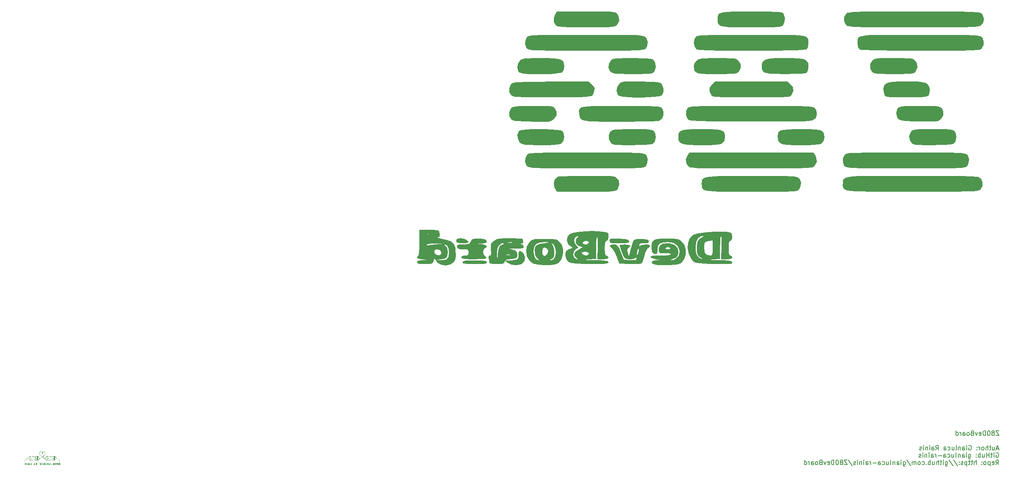
<source format=gbr>
%TF.GenerationSoftware,KiCad,Pcbnew,9.0.6*%
%TF.CreationDate,2025-12-24T08:37:22+01:00*%
%TF.ProjectId,Z80DevBoard,5a383044-6576-4426-9f61-72642e6b6963,rev?*%
%TF.SameCoordinates,Original*%
%TF.FileFunction,Legend,Bot*%
%TF.FilePolarity,Positive*%
%FSLAX46Y46*%
G04 Gerber Fmt 4.6, Leading zero omitted, Abs format (unit mm)*
G04 Created by KiCad (PCBNEW 9.0.6) date 2025-12-24 08:37:22*
%MOMM*%
%LPD*%
G01*
G04 APERTURE LIST*
%ADD10C,0.200000*%
%ADD11C,0.000000*%
G04 APERTURE END LIST*
D10*
X254725564Y-135927443D02*
X254058898Y-135927443D01*
X254058898Y-135927443D02*
X254725564Y-136927443D01*
X254725564Y-136927443D02*
X254058898Y-136927443D01*
X253535088Y-136356014D02*
X253630326Y-136308395D01*
X253630326Y-136308395D02*
X253677945Y-136260776D01*
X253677945Y-136260776D02*
X253725564Y-136165538D01*
X253725564Y-136165538D02*
X253725564Y-136117919D01*
X253725564Y-136117919D02*
X253677945Y-136022681D01*
X253677945Y-136022681D02*
X253630326Y-135975062D01*
X253630326Y-135975062D02*
X253535088Y-135927443D01*
X253535088Y-135927443D02*
X253344612Y-135927443D01*
X253344612Y-135927443D02*
X253249374Y-135975062D01*
X253249374Y-135975062D02*
X253201755Y-136022681D01*
X253201755Y-136022681D02*
X253154136Y-136117919D01*
X253154136Y-136117919D02*
X253154136Y-136165538D01*
X253154136Y-136165538D02*
X253201755Y-136260776D01*
X253201755Y-136260776D02*
X253249374Y-136308395D01*
X253249374Y-136308395D02*
X253344612Y-136356014D01*
X253344612Y-136356014D02*
X253535088Y-136356014D01*
X253535088Y-136356014D02*
X253630326Y-136403633D01*
X253630326Y-136403633D02*
X253677945Y-136451252D01*
X253677945Y-136451252D02*
X253725564Y-136546490D01*
X253725564Y-136546490D02*
X253725564Y-136736966D01*
X253725564Y-136736966D02*
X253677945Y-136832204D01*
X253677945Y-136832204D02*
X253630326Y-136879824D01*
X253630326Y-136879824D02*
X253535088Y-136927443D01*
X253535088Y-136927443D02*
X253344612Y-136927443D01*
X253344612Y-136927443D02*
X253249374Y-136879824D01*
X253249374Y-136879824D02*
X253201755Y-136832204D01*
X253201755Y-136832204D02*
X253154136Y-136736966D01*
X253154136Y-136736966D02*
X253154136Y-136546490D01*
X253154136Y-136546490D02*
X253201755Y-136451252D01*
X253201755Y-136451252D02*
X253249374Y-136403633D01*
X253249374Y-136403633D02*
X253344612Y-136356014D01*
X252535088Y-135927443D02*
X252439850Y-135927443D01*
X252439850Y-135927443D02*
X252344612Y-135975062D01*
X252344612Y-135975062D02*
X252296993Y-136022681D01*
X252296993Y-136022681D02*
X252249374Y-136117919D01*
X252249374Y-136117919D02*
X252201755Y-136308395D01*
X252201755Y-136308395D02*
X252201755Y-136546490D01*
X252201755Y-136546490D02*
X252249374Y-136736966D01*
X252249374Y-136736966D02*
X252296993Y-136832204D01*
X252296993Y-136832204D02*
X252344612Y-136879824D01*
X252344612Y-136879824D02*
X252439850Y-136927443D01*
X252439850Y-136927443D02*
X252535088Y-136927443D01*
X252535088Y-136927443D02*
X252630326Y-136879824D01*
X252630326Y-136879824D02*
X252677945Y-136832204D01*
X252677945Y-136832204D02*
X252725564Y-136736966D01*
X252725564Y-136736966D02*
X252773183Y-136546490D01*
X252773183Y-136546490D02*
X252773183Y-136308395D01*
X252773183Y-136308395D02*
X252725564Y-136117919D01*
X252725564Y-136117919D02*
X252677945Y-136022681D01*
X252677945Y-136022681D02*
X252630326Y-135975062D01*
X252630326Y-135975062D02*
X252535088Y-135927443D01*
X251773183Y-136927443D02*
X251773183Y-135927443D01*
X251773183Y-135927443D02*
X251535088Y-135927443D01*
X251535088Y-135927443D02*
X251392231Y-135975062D01*
X251392231Y-135975062D02*
X251296993Y-136070300D01*
X251296993Y-136070300D02*
X251249374Y-136165538D01*
X251249374Y-136165538D02*
X251201755Y-136356014D01*
X251201755Y-136356014D02*
X251201755Y-136498871D01*
X251201755Y-136498871D02*
X251249374Y-136689347D01*
X251249374Y-136689347D02*
X251296993Y-136784585D01*
X251296993Y-136784585D02*
X251392231Y-136879824D01*
X251392231Y-136879824D02*
X251535088Y-136927443D01*
X251535088Y-136927443D02*
X251773183Y-136927443D01*
X250392231Y-136879824D02*
X250487469Y-136927443D01*
X250487469Y-136927443D02*
X250677945Y-136927443D01*
X250677945Y-136927443D02*
X250773183Y-136879824D01*
X250773183Y-136879824D02*
X250820802Y-136784585D01*
X250820802Y-136784585D02*
X250820802Y-136403633D01*
X250820802Y-136403633D02*
X250773183Y-136308395D01*
X250773183Y-136308395D02*
X250677945Y-136260776D01*
X250677945Y-136260776D02*
X250487469Y-136260776D01*
X250487469Y-136260776D02*
X250392231Y-136308395D01*
X250392231Y-136308395D02*
X250344612Y-136403633D01*
X250344612Y-136403633D02*
X250344612Y-136498871D01*
X250344612Y-136498871D02*
X250820802Y-136594109D01*
X250011278Y-136260776D02*
X249773183Y-136927443D01*
X249773183Y-136927443D02*
X249535088Y-136260776D01*
X248820802Y-136403633D02*
X248677945Y-136451252D01*
X248677945Y-136451252D02*
X248630326Y-136498871D01*
X248630326Y-136498871D02*
X248582707Y-136594109D01*
X248582707Y-136594109D02*
X248582707Y-136736966D01*
X248582707Y-136736966D02*
X248630326Y-136832204D01*
X248630326Y-136832204D02*
X248677945Y-136879824D01*
X248677945Y-136879824D02*
X248773183Y-136927443D01*
X248773183Y-136927443D02*
X249154135Y-136927443D01*
X249154135Y-136927443D02*
X249154135Y-135927443D01*
X249154135Y-135927443D02*
X248820802Y-135927443D01*
X248820802Y-135927443D02*
X248725564Y-135975062D01*
X248725564Y-135975062D02*
X248677945Y-136022681D01*
X248677945Y-136022681D02*
X248630326Y-136117919D01*
X248630326Y-136117919D02*
X248630326Y-136213157D01*
X248630326Y-136213157D02*
X248677945Y-136308395D01*
X248677945Y-136308395D02*
X248725564Y-136356014D01*
X248725564Y-136356014D02*
X248820802Y-136403633D01*
X248820802Y-136403633D02*
X249154135Y-136403633D01*
X248011278Y-136927443D02*
X248106516Y-136879824D01*
X248106516Y-136879824D02*
X248154135Y-136832204D01*
X248154135Y-136832204D02*
X248201754Y-136736966D01*
X248201754Y-136736966D02*
X248201754Y-136451252D01*
X248201754Y-136451252D02*
X248154135Y-136356014D01*
X248154135Y-136356014D02*
X248106516Y-136308395D01*
X248106516Y-136308395D02*
X248011278Y-136260776D01*
X248011278Y-136260776D02*
X247868421Y-136260776D01*
X247868421Y-136260776D02*
X247773183Y-136308395D01*
X247773183Y-136308395D02*
X247725564Y-136356014D01*
X247725564Y-136356014D02*
X247677945Y-136451252D01*
X247677945Y-136451252D02*
X247677945Y-136736966D01*
X247677945Y-136736966D02*
X247725564Y-136832204D01*
X247725564Y-136832204D02*
X247773183Y-136879824D01*
X247773183Y-136879824D02*
X247868421Y-136927443D01*
X247868421Y-136927443D02*
X248011278Y-136927443D01*
X246820802Y-136927443D02*
X246820802Y-136403633D01*
X246820802Y-136403633D02*
X246868421Y-136308395D01*
X246868421Y-136308395D02*
X246963659Y-136260776D01*
X246963659Y-136260776D02*
X247154135Y-136260776D01*
X247154135Y-136260776D02*
X247249373Y-136308395D01*
X246820802Y-136879824D02*
X246916040Y-136927443D01*
X246916040Y-136927443D02*
X247154135Y-136927443D01*
X247154135Y-136927443D02*
X247249373Y-136879824D01*
X247249373Y-136879824D02*
X247296992Y-136784585D01*
X247296992Y-136784585D02*
X247296992Y-136689347D01*
X247296992Y-136689347D02*
X247249373Y-136594109D01*
X247249373Y-136594109D02*
X247154135Y-136546490D01*
X247154135Y-136546490D02*
X246916040Y-136546490D01*
X246916040Y-136546490D02*
X246820802Y-136498871D01*
X246344611Y-136927443D02*
X246344611Y-136260776D01*
X246344611Y-136451252D02*
X246296992Y-136356014D01*
X246296992Y-136356014D02*
X246249373Y-136308395D01*
X246249373Y-136308395D02*
X246154135Y-136260776D01*
X246154135Y-136260776D02*
X246058897Y-136260776D01*
X245296992Y-136927443D02*
X245296992Y-135927443D01*
X245296992Y-136879824D02*
X245392230Y-136927443D01*
X245392230Y-136927443D02*
X245582706Y-136927443D01*
X245582706Y-136927443D02*
X245677944Y-136879824D01*
X245677944Y-136879824D02*
X245725563Y-136832204D01*
X245725563Y-136832204D02*
X245773182Y-136736966D01*
X245773182Y-136736966D02*
X245773182Y-136451252D01*
X245773182Y-136451252D02*
X245725563Y-136356014D01*
X245725563Y-136356014D02*
X245677944Y-136308395D01*
X245677944Y-136308395D02*
X245582706Y-136260776D01*
X245582706Y-136260776D02*
X245392230Y-136260776D01*
X245392230Y-136260776D02*
X245296992Y-136308395D01*
X254677945Y-139861616D02*
X254201755Y-139861616D01*
X254773183Y-140147331D02*
X254439850Y-139147331D01*
X254439850Y-139147331D02*
X254106517Y-140147331D01*
X253344612Y-139480664D02*
X253344612Y-140147331D01*
X253773183Y-139480664D02*
X253773183Y-140004473D01*
X253773183Y-140004473D02*
X253725564Y-140099712D01*
X253725564Y-140099712D02*
X253630326Y-140147331D01*
X253630326Y-140147331D02*
X253487469Y-140147331D01*
X253487469Y-140147331D02*
X253392231Y-140099712D01*
X253392231Y-140099712D02*
X253344612Y-140052092D01*
X253011278Y-139480664D02*
X252630326Y-139480664D01*
X252868421Y-139147331D02*
X252868421Y-140004473D01*
X252868421Y-140004473D02*
X252820802Y-140099712D01*
X252820802Y-140099712D02*
X252725564Y-140147331D01*
X252725564Y-140147331D02*
X252630326Y-140147331D01*
X252296992Y-140147331D02*
X252296992Y-139147331D01*
X251868421Y-140147331D02*
X251868421Y-139623521D01*
X251868421Y-139623521D02*
X251916040Y-139528283D01*
X251916040Y-139528283D02*
X252011278Y-139480664D01*
X252011278Y-139480664D02*
X252154135Y-139480664D01*
X252154135Y-139480664D02*
X252249373Y-139528283D01*
X252249373Y-139528283D02*
X252296992Y-139575902D01*
X251249373Y-140147331D02*
X251344611Y-140099712D01*
X251344611Y-140099712D02*
X251392230Y-140052092D01*
X251392230Y-140052092D02*
X251439849Y-139956854D01*
X251439849Y-139956854D02*
X251439849Y-139671140D01*
X251439849Y-139671140D02*
X251392230Y-139575902D01*
X251392230Y-139575902D02*
X251344611Y-139528283D01*
X251344611Y-139528283D02*
X251249373Y-139480664D01*
X251249373Y-139480664D02*
X251106516Y-139480664D01*
X251106516Y-139480664D02*
X251011278Y-139528283D01*
X251011278Y-139528283D02*
X250963659Y-139575902D01*
X250963659Y-139575902D02*
X250916040Y-139671140D01*
X250916040Y-139671140D02*
X250916040Y-139956854D01*
X250916040Y-139956854D02*
X250963659Y-140052092D01*
X250963659Y-140052092D02*
X251011278Y-140099712D01*
X251011278Y-140099712D02*
X251106516Y-140147331D01*
X251106516Y-140147331D02*
X251249373Y-140147331D01*
X250487468Y-140147331D02*
X250487468Y-139480664D01*
X250487468Y-139671140D02*
X250439849Y-139575902D01*
X250439849Y-139575902D02*
X250392230Y-139528283D01*
X250392230Y-139528283D02*
X250296992Y-139480664D01*
X250296992Y-139480664D02*
X250201754Y-139480664D01*
X249868420Y-140052092D02*
X249820801Y-140099712D01*
X249820801Y-140099712D02*
X249868420Y-140147331D01*
X249868420Y-140147331D02*
X249916039Y-140099712D01*
X249916039Y-140099712D02*
X249868420Y-140052092D01*
X249868420Y-140052092D02*
X249868420Y-140147331D01*
X249868420Y-139528283D02*
X249820801Y-139575902D01*
X249820801Y-139575902D02*
X249868420Y-139623521D01*
X249868420Y-139623521D02*
X249916039Y-139575902D01*
X249916039Y-139575902D02*
X249868420Y-139528283D01*
X249868420Y-139528283D02*
X249868420Y-139623521D01*
X248106516Y-139194950D02*
X248201754Y-139147331D01*
X248201754Y-139147331D02*
X248344611Y-139147331D01*
X248344611Y-139147331D02*
X248487468Y-139194950D01*
X248487468Y-139194950D02*
X248582706Y-139290188D01*
X248582706Y-139290188D02*
X248630325Y-139385426D01*
X248630325Y-139385426D02*
X248677944Y-139575902D01*
X248677944Y-139575902D02*
X248677944Y-139718759D01*
X248677944Y-139718759D02*
X248630325Y-139909235D01*
X248630325Y-139909235D02*
X248582706Y-140004473D01*
X248582706Y-140004473D02*
X248487468Y-140099712D01*
X248487468Y-140099712D02*
X248344611Y-140147331D01*
X248344611Y-140147331D02*
X248249373Y-140147331D01*
X248249373Y-140147331D02*
X248106516Y-140099712D01*
X248106516Y-140099712D02*
X248058897Y-140052092D01*
X248058897Y-140052092D02*
X248058897Y-139718759D01*
X248058897Y-139718759D02*
X248249373Y-139718759D01*
X247630325Y-140147331D02*
X247630325Y-139480664D01*
X247630325Y-139147331D02*
X247677944Y-139194950D01*
X247677944Y-139194950D02*
X247630325Y-139242569D01*
X247630325Y-139242569D02*
X247582706Y-139194950D01*
X247582706Y-139194950D02*
X247630325Y-139147331D01*
X247630325Y-139147331D02*
X247630325Y-139242569D01*
X246725564Y-140147331D02*
X246725564Y-139623521D01*
X246725564Y-139623521D02*
X246773183Y-139528283D01*
X246773183Y-139528283D02*
X246868421Y-139480664D01*
X246868421Y-139480664D02*
X247058897Y-139480664D01*
X247058897Y-139480664D02*
X247154135Y-139528283D01*
X246725564Y-140099712D02*
X246820802Y-140147331D01*
X246820802Y-140147331D02*
X247058897Y-140147331D01*
X247058897Y-140147331D02*
X247154135Y-140099712D01*
X247154135Y-140099712D02*
X247201754Y-140004473D01*
X247201754Y-140004473D02*
X247201754Y-139909235D01*
X247201754Y-139909235D02*
X247154135Y-139813997D01*
X247154135Y-139813997D02*
X247058897Y-139766378D01*
X247058897Y-139766378D02*
X246820802Y-139766378D01*
X246820802Y-139766378D02*
X246725564Y-139718759D01*
X246249373Y-139480664D02*
X246249373Y-140147331D01*
X246249373Y-139575902D02*
X246201754Y-139528283D01*
X246201754Y-139528283D02*
X246106516Y-139480664D01*
X246106516Y-139480664D02*
X245963659Y-139480664D01*
X245963659Y-139480664D02*
X245868421Y-139528283D01*
X245868421Y-139528283D02*
X245820802Y-139623521D01*
X245820802Y-139623521D02*
X245820802Y-140147331D01*
X245201754Y-140147331D02*
X245296992Y-140099712D01*
X245296992Y-140099712D02*
X245344611Y-140004473D01*
X245344611Y-140004473D02*
X245344611Y-139147331D01*
X244392230Y-139480664D02*
X244392230Y-140147331D01*
X244820801Y-139480664D02*
X244820801Y-140004473D01*
X244820801Y-140004473D02*
X244773182Y-140099712D01*
X244773182Y-140099712D02*
X244677944Y-140147331D01*
X244677944Y-140147331D02*
X244535087Y-140147331D01*
X244535087Y-140147331D02*
X244439849Y-140099712D01*
X244439849Y-140099712D02*
X244392230Y-140052092D01*
X243487468Y-140099712D02*
X243582706Y-140147331D01*
X243582706Y-140147331D02*
X243773182Y-140147331D01*
X243773182Y-140147331D02*
X243868420Y-140099712D01*
X243868420Y-140099712D02*
X243916039Y-140052092D01*
X243916039Y-140052092D02*
X243963658Y-139956854D01*
X243963658Y-139956854D02*
X243963658Y-139671140D01*
X243963658Y-139671140D02*
X243916039Y-139575902D01*
X243916039Y-139575902D02*
X243868420Y-139528283D01*
X243868420Y-139528283D02*
X243773182Y-139480664D01*
X243773182Y-139480664D02*
X243582706Y-139480664D01*
X243582706Y-139480664D02*
X243487468Y-139528283D01*
X242630325Y-140147331D02*
X242630325Y-139623521D01*
X242630325Y-139623521D02*
X242677944Y-139528283D01*
X242677944Y-139528283D02*
X242773182Y-139480664D01*
X242773182Y-139480664D02*
X242963658Y-139480664D01*
X242963658Y-139480664D02*
X243058896Y-139528283D01*
X242630325Y-140099712D02*
X242725563Y-140147331D01*
X242725563Y-140147331D02*
X242963658Y-140147331D01*
X242963658Y-140147331D02*
X243058896Y-140099712D01*
X243058896Y-140099712D02*
X243106515Y-140004473D01*
X243106515Y-140004473D02*
X243106515Y-139909235D01*
X243106515Y-139909235D02*
X243058896Y-139813997D01*
X243058896Y-139813997D02*
X242963658Y-139766378D01*
X242963658Y-139766378D02*
X242725563Y-139766378D01*
X242725563Y-139766378D02*
X242630325Y-139718759D01*
X240820801Y-140147331D02*
X241154134Y-139671140D01*
X241392229Y-140147331D02*
X241392229Y-139147331D01*
X241392229Y-139147331D02*
X241011277Y-139147331D01*
X241011277Y-139147331D02*
X240916039Y-139194950D01*
X240916039Y-139194950D02*
X240868420Y-139242569D01*
X240868420Y-139242569D02*
X240820801Y-139337807D01*
X240820801Y-139337807D02*
X240820801Y-139480664D01*
X240820801Y-139480664D02*
X240868420Y-139575902D01*
X240868420Y-139575902D02*
X240916039Y-139623521D01*
X240916039Y-139623521D02*
X241011277Y-139671140D01*
X241011277Y-139671140D02*
X241392229Y-139671140D01*
X239963658Y-140147331D02*
X239963658Y-139623521D01*
X239963658Y-139623521D02*
X240011277Y-139528283D01*
X240011277Y-139528283D02*
X240106515Y-139480664D01*
X240106515Y-139480664D02*
X240296991Y-139480664D01*
X240296991Y-139480664D02*
X240392229Y-139528283D01*
X239963658Y-140099712D02*
X240058896Y-140147331D01*
X240058896Y-140147331D02*
X240296991Y-140147331D01*
X240296991Y-140147331D02*
X240392229Y-140099712D01*
X240392229Y-140099712D02*
X240439848Y-140004473D01*
X240439848Y-140004473D02*
X240439848Y-139909235D01*
X240439848Y-139909235D02*
X240392229Y-139813997D01*
X240392229Y-139813997D02*
X240296991Y-139766378D01*
X240296991Y-139766378D02*
X240058896Y-139766378D01*
X240058896Y-139766378D02*
X239963658Y-139718759D01*
X239487467Y-140147331D02*
X239487467Y-139480664D01*
X239487467Y-139147331D02*
X239535086Y-139194950D01*
X239535086Y-139194950D02*
X239487467Y-139242569D01*
X239487467Y-139242569D02*
X239439848Y-139194950D01*
X239439848Y-139194950D02*
X239487467Y-139147331D01*
X239487467Y-139147331D02*
X239487467Y-139242569D01*
X239011277Y-139480664D02*
X239011277Y-140147331D01*
X239011277Y-139575902D02*
X238963658Y-139528283D01*
X238963658Y-139528283D02*
X238868420Y-139480664D01*
X238868420Y-139480664D02*
X238725563Y-139480664D01*
X238725563Y-139480664D02*
X238630325Y-139528283D01*
X238630325Y-139528283D02*
X238582706Y-139623521D01*
X238582706Y-139623521D02*
X238582706Y-140147331D01*
X238106515Y-140147331D02*
X238106515Y-139480664D01*
X238106515Y-139147331D02*
X238154134Y-139194950D01*
X238154134Y-139194950D02*
X238106515Y-139242569D01*
X238106515Y-139242569D02*
X238058896Y-139194950D01*
X238058896Y-139194950D02*
X238106515Y-139147331D01*
X238106515Y-139147331D02*
X238106515Y-139242569D01*
X237677944Y-140099712D02*
X237582706Y-140147331D01*
X237582706Y-140147331D02*
X237392230Y-140147331D01*
X237392230Y-140147331D02*
X237296992Y-140099712D01*
X237296992Y-140099712D02*
X237249373Y-140004473D01*
X237249373Y-140004473D02*
X237249373Y-139956854D01*
X237249373Y-139956854D02*
X237296992Y-139861616D01*
X237296992Y-139861616D02*
X237392230Y-139813997D01*
X237392230Y-139813997D02*
X237535087Y-139813997D01*
X237535087Y-139813997D02*
X237630325Y-139766378D01*
X237630325Y-139766378D02*
X237677944Y-139671140D01*
X237677944Y-139671140D02*
X237677944Y-139623521D01*
X237677944Y-139623521D02*
X237630325Y-139528283D01*
X237630325Y-139528283D02*
X237535087Y-139480664D01*
X237535087Y-139480664D02*
X237392230Y-139480664D01*
X237392230Y-139480664D02*
X237296992Y-139528283D01*
X254106517Y-140804894D02*
X254201755Y-140757275D01*
X254201755Y-140757275D02*
X254344612Y-140757275D01*
X254344612Y-140757275D02*
X254487469Y-140804894D01*
X254487469Y-140804894D02*
X254582707Y-140900132D01*
X254582707Y-140900132D02*
X254630326Y-140995370D01*
X254630326Y-140995370D02*
X254677945Y-141185846D01*
X254677945Y-141185846D02*
X254677945Y-141328703D01*
X254677945Y-141328703D02*
X254630326Y-141519179D01*
X254630326Y-141519179D02*
X254582707Y-141614417D01*
X254582707Y-141614417D02*
X254487469Y-141709656D01*
X254487469Y-141709656D02*
X254344612Y-141757275D01*
X254344612Y-141757275D02*
X254249374Y-141757275D01*
X254249374Y-141757275D02*
X254106517Y-141709656D01*
X254106517Y-141709656D02*
X254058898Y-141662036D01*
X254058898Y-141662036D02*
X254058898Y-141328703D01*
X254058898Y-141328703D02*
X254249374Y-141328703D01*
X253630326Y-141757275D02*
X253630326Y-141090608D01*
X253630326Y-140757275D02*
X253677945Y-140804894D01*
X253677945Y-140804894D02*
X253630326Y-140852513D01*
X253630326Y-140852513D02*
X253582707Y-140804894D01*
X253582707Y-140804894D02*
X253630326Y-140757275D01*
X253630326Y-140757275D02*
X253630326Y-140852513D01*
X253296993Y-141090608D02*
X252916041Y-141090608D01*
X253154136Y-140757275D02*
X253154136Y-141614417D01*
X253154136Y-141614417D02*
X253106517Y-141709656D01*
X253106517Y-141709656D02*
X253011279Y-141757275D01*
X253011279Y-141757275D02*
X252916041Y-141757275D01*
X252582707Y-141757275D02*
X252582707Y-140757275D01*
X252582707Y-141233465D02*
X252011279Y-141233465D01*
X252011279Y-141757275D02*
X252011279Y-140757275D01*
X251106517Y-141090608D02*
X251106517Y-141757275D01*
X251535088Y-141090608D02*
X251535088Y-141614417D01*
X251535088Y-141614417D02*
X251487469Y-141709656D01*
X251487469Y-141709656D02*
X251392231Y-141757275D01*
X251392231Y-141757275D02*
X251249374Y-141757275D01*
X251249374Y-141757275D02*
X251154136Y-141709656D01*
X251154136Y-141709656D02*
X251106517Y-141662036D01*
X250630326Y-141757275D02*
X250630326Y-140757275D01*
X250630326Y-141138227D02*
X250535088Y-141090608D01*
X250535088Y-141090608D02*
X250344612Y-141090608D01*
X250344612Y-141090608D02*
X250249374Y-141138227D01*
X250249374Y-141138227D02*
X250201755Y-141185846D01*
X250201755Y-141185846D02*
X250154136Y-141281084D01*
X250154136Y-141281084D02*
X250154136Y-141566798D01*
X250154136Y-141566798D02*
X250201755Y-141662036D01*
X250201755Y-141662036D02*
X250249374Y-141709656D01*
X250249374Y-141709656D02*
X250344612Y-141757275D01*
X250344612Y-141757275D02*
X250535088Y-141757275D01*
X250535088Y-141757275D02*
X250630326Y-141709656D01*
X249725564Y-141662036D02*
X249677945Y-141709656D01*
X249677945Y-141709656D02*
X249725564Y-141757275D01*
X249725564Y-141757275D02*
X249773183Y-141709656D01*
X249773183Y-141709656D02*
X249725564Y-141662036D01*
X249725564Y-141662036D02*
X249725564Y-141757275D01*
X249725564Y-141138227D02*
X249677945Y-141185846D01*
X249677945Y-141185846D02*
X249725564Y-141233465D01*
X249725564Y-141233465D02*
X249773183Y-141185846D01*
X249773183Y-141185846D02*
X249725564Y-141138227D01*
X249725564Y-141138227D02*
X249725564Y-141233465D01*
X248058898Y-141090608D02*
X248058898Y-141900132D01*
X248058898Y-141900132D02*
X248106517Y-141995370D01*
X248106517Y-141995370D02*
X248154136Y-142042989D01*
X248154136Y-142042989D02*
X248249374Y-142090608D01*
X248249374Y-142090608D02*
X248392231Y-142090608D01*
X248392231Y-142090608D02*
X248487469Y-142042989D01*
X248058898Y-141709656D02*
X248154136Y-141757275D01*
X248154136Y-141757275D02*
X248344612Y-141757275D01*
X248344612Y-141757275D02*
X248439850Y-141709656D01*
X248439850Y-141709656D02*
X248487469Y-141662036D01*
X248487469Y-141662036D02*
X248535088Y-141566798D01*
X248535088Y-141566798D02*
X248535088Y-141281084D01*
X248535088Y-141281084D02*
X248487469Y-141185846D01*
X248487469Y-141185846D02*
X248439850Y-141138227D01*
X248439850Y-141138227D02*
X248344612Y-141090608D01*
X248344612Y-141090608D02*
X248154136Y-141090608D01*
X248154136Y-141090608D02*
X248058898Y-141138227D01*
X247582707Y-141757275D02*
X247582707Y-141090608D01*
X247582707Y-140757275D02*
X247630326Y-140804894D01*
X247630326Y-140804894D02*
X247582707Y-140852513D01*
X247582707Y-140852513D02*
X247535088Y-140804894D01*
X247535088Y-140804894D02*
X247582707Y-140757275D01*
X247582707Y-140757275D02*
X247582707Y-140852513D01*
X246677946Y-141757275D02*
X246677946Y-141233465D01*
X246677946Y-141233465D02*
X246725565Y-141138227D01*
X246725565Y-141138227D02*
X246820803Y-141090608D01*
X246820803Y-141090608D02*
X247011279Y-141090608D01*
X247011279Y-141090608D02*
X247106517Y-141138227D01*
X246677946Y-141709656D02*
X246773184Y-141757275D01*
X246773184Y-141757275D02*
X247011279Y-141757275D01*
X247011279Y-141757275D02*
X247106517Y-141709656D01*
X247106517Y-141709656D02*
X247154136Y-141614417D01*
X247154136Y-141614417D02*
X247154136Y-141519179D01*
X247154136Y-141519179D02*
X247106517Y-141423941D01*
X247106517Y-141423941D02*
X247011279Y-141376322D01*
X247011279Y-141376322D02*
X246773184Y-141376322D01*
X246773184Y-141376322D02*
X246677946Y-141328703D01*
X246201755Y-141090608D02*
X246201755Y-141757275D01*
X246201755Y-141185846D02*
X246154136Y-141138227D01*
X246154136Y-141138227D02*
X246058898Y-141090608D01*
X246058898Y-141090608D02*
X245916041Y-141090608D01*
X245916041Y-141090608D02*
X245820803Y-141138227D01*
X245820803Y-141138227D02*
X245773184Y-141233465D01*
X245773184Y-141233465D02*
X245773184Y-141757275D01*
X245154136Y-141757275D02*
X245249374Y-141709656D01*
X245249374Y-141709656D02*
X245296993Y-141614417D01*
X245296993Y-141614417D02*
X245296993Y-140757275D01*
X244344612Y-141090608D02*
X244344612Y-141757275D01*
X244773183Y-141090608D02*
X244773183Y-141614417D01*
X244773183Y-141614417D02*
X244725564Y-141709656D01*
X244725564Y-141709656D02*
X244630326Y-141757275D01*
X244630326Y-141757275D02*
X244487469Y-141757275D01*
X244487469Y-141757275D02*
X244392231Y-141709656D01*
X244392231Y-141709656D02*
X244344612Y-141662036D01*
X243439850Y-141709656D02*
X243535088Y-141757275D01*
X243535088Y-141757275D02*
X243725564Y-141757275D01*
X243725564Y-141757275D02*
X243820802Y-141709656D01*
X243820802Y-141709656D02*
X243868421Y-141662036D01*
X243868421Y-141662036D02*
X243916040Y-141566798D01*
X243916040Y-141566798D02*
X243916040Y-141281084D01*
X243916040Y-141281084D02*
X243868421Y-141185846D01*
X243868421Y-141185846D02*
X243820802Y-141138227D01*
X243820802Y-141138227D02*
X243725564Y-141090608D01*
X243725564Y-141090608D02*
X243535088Y-141090608D01*
X243535088Y-141090608D02*
X243439850Y-141138227D01*
X242582707Y-141757275D02*
X242582707Y-141233465D01*
X242582707Y-141233465D02*
X242630326Y-141138227D01*
X242630326Y-141138227D02*
X242725564Y-141090608D01*
X242725564Y-141090608D02*
X242916040Y-141090608D01*
X242916040Y-141090608D02*
X243011278Y-141138227D01*
X242582707Y-141709656D02*
X242677945Y-141757275D01*
X242677945Y-141757275D02*
X242916040Y-141757275D01*
X242916040Y-141757275D02*
X243011278Y-141709656D01*
X243011278Y-141709656D02*
X243058897Y-141614417D01*
X243058897Y-141614417D02*
X243058897Y-141519179D01*
X243058897Y-141519179D02*
X243011278Y-141423941D01*
X243011278Y-141423941D02*
X242916040Y-141376322D01*
X242916040Y-141376322D02*
X242677945Y-141376322D01*
X242677945Y-141376322D02*
X242582707Y-141328703D01*
X242106516Y-141376322D02*
X241344612Y-141376322D01*
X240868421Y-141757275D02*
X240868421Y-141090608D01*
X240868421Y-141281084D02*
X240820802Y-141185846D01*
X240820802Y-141185846D02*
X240773183Y-141138227D01*
X240773183Y-141138227D02*
X240677945Y-141090608D01*
X240677945Y-141090608D02*
X240582707Y-141090608D01*
X239820802Y-141757275D02*
X239820802Y-141233465D01*
X239820802Y-141233465D02*
X239868421Y-141138227D01*
X239868421Y-141138227D02*
X239963659Y-141090608D01*
X239963659Y-141090608D02*
X240154135Y-141090608D01*
X240154135Y-141090608D02*
X240249373Y-141138227D01*
X239820802Y-141709656D02*
X239916040Y-141757275D01*
X239916040Y-141757275D02*
X240154135Y-141757275D01*
X240154135Y-141757275D02*
X240249373Y-141709656D01*
X240249373Y-141709656D02*
X240296992Y-141614417D01*
X240296992Y-141614417D02*
X240296992Y-141519179D01*
X240296992Y-141519179D02*
X240249373Y-141423941D01*
X240249373Y-141423941D02*
X240154135Y-141376322D01*
X240154135Y-141376322D02*
X239916040Y-141376322D01*
X239916040Y-141376322D02*
X239820802Y-141328703D01*
X239344611Y-141757275D02*
X239344611Y-141090608D01*
X239344611Y-140757275D02*
X239392230Y-140804894D01*
X239392230Y-140804894D02*
X239344611Y-140852513D01*
X239344611Y-140852513D02*
X239296992Y-140804894D01*
X239296992Y-140804894D02*
X239344611Y-140757275D01*
X239344611Y-140757275D02*
X239344611Y-140852513D01*
X238868421Y-141090608D02*
X238868421Y-141757275D01*
X238868421Y-141185846D02*
X238820802Y-141138227D01*
X238820802Y-141138227D02*
X238725564Y-141090608D01*
X238725564Y-141090608D02*
X238582707Y-141090608D01*
X238582707Y-141090608D02*
X238487469Y-141138227D01*
X238487469Y-141138227D02*
X238439850Y-141233465D01*
X238439850Y-141233465D02*
X238439850Y-141757275D01*
X237963659Y-141757275D02*
X237963659Y-141090608D01*
X237963659Y-140757275D02*
X238011278Y-140804894D01*
X238011278Y-140804894D02*
X237963659Y-140852513D01*
X237963659Y-140852513D02*
X237916040Y-140804894D01*
X237916040Y-140804894D02*
X237963659Y-140757275D01*
X237963659Y-140757275D02*
X237963659Y-140852513D01*
X237535088Y-141709656D02*
X237439850Y-141757275D01*
X237439850Y-141757275D02*
X237249374Y-141757275D01*
X237249374Y-141757275D02*
X237154136Y-141709656D01*
X237154136Y-141709656D02*
X237106517Y-141614417D01*
X237106517Y-141614417D02*
X237106517Y-141566798D01*
X237106517Y-141566798D02*
X237154136Y-141471560D01*
X237154136Y-141471560D02*
X237249374Y-141423941D01*
X237249374Y-141423941D02*
X237392231Y-141423941D01*
X237392231Y-141423941D02*
X237487469Y-141376322D01*
X237487469Y-141376322D02*
X237535088Y-141281084D01*
X237535088Y-141281084D02*
X237535088Y-141233465D01*
X237535088Y-141233465D02*
X237487469Y-141138227D01*
X237487469Y-141138227D02*
X237392231Y-141090608D01*
X237392231Y-141090608D02*
X237249374Y-141090608D01*
X237249374Y-141090608D02*
X237154136Y-141138227D01*
X254058898Y-143367219D02*
X254392231Y-142891028D01*
X254630326Y-143367219D02*
X254630326Y-142367219D01*
X254630326Y-142367219D02*
X254249374Y-142367219D01*
X254249374Y-142367219D02*
X254154136Y-142414838D01*
X254154136Y-142414838D02*
X254106517Y-142462457D01*
X254106517Y-142462457D02*
X254058898Y-142557695D01*
X254058898Y-142557695D02*
X254058898Y-142700552D01*
X254058898Y-142700552D02*
X254106517Y-142795790D01*
X254106517Y-142795790D02*
X254154136Y-142843409D01*
X254154136Y-142843409D02*
X254249374Y-142891028D01*
X254249374Y-142891028D02*
X254630326Y-142891028D01*
X253249374Y-143319600D02*
X253344612Y-143367219D01*
X253344612Y-143367219D02*
X253535088Y-143367219D01*
X253535088Y-143367219D02*
X253630326Y-143319600D01*
X253630326Y-143319600D02*
X253677945Y-143224361D01*
X253677945Y-143224361D02*
X253677945Y-142843409D01*
X253677945Y-142843409D02*
X253630326Y-142748171D01*
X253630326Y-142748171D02*
X253535088Y-142700552D01*
X253535088Y-142700552D02*
X253344612Y-142700552D01*
X253344612Y-142700552D02*
X253249374Y-142748171D01*
X253249374Y-142748171D02*
X253201755Y-142843409D01*
X253201755Y-142843409D02*
X253201755Y-142938647D01*
X253201755Y-142938647D02*
X253677945Y-143033885D01*
X252773183Y-142700552D02*
X252773183Y-143700552D01*
X252773183Y-142748171D02*
X252677945Y-142700552D01*
X252677945Y-142700552D02*
X252487469Y-142700552D01*
X252487469Y-142700552D02*
X252392231Y-142748171D01*
X252392231Y-142748171D02*
X252344612Y-142795790D01*
X252344612Y-142795790D02*
X252296993Y-142891028D01*
X252296993Y-142891028D02*
X252296993Y-143176742D01*
X252296993Y-143176742D02*
X252344612Y-143271980D01*
X252344612Y-143271980D02*
X252392231Y-143319600D01*
X252392231Y-143319600D02*
X252487469Y-143367219D01*
X252487469Y-143367219D02*
X252677945Y-143367219D01*
X252677945Y-143367219D02*
X252773183Y-143319600D01*
X251725564Y-143367219D02*
X251820802Y-143319600D01*
X251820802Y-143319600D02*
X251868421Y-143271980D01*
X251868421Y-143271980D02*
X251916040Y-143176742D01*
X251916040Y-143176742D02*
X251916040Y-142891028D01*
X251916040Y-142891028D02*
X251868421Y-142795790D01*
X251868421Y-142795790D02*
X251820802Y-142748171D01*
X251820802Y-142748171D02*
X251725564Y-142700552D01*
X251725564Y-142700552D02*
X251582707Y-142700552D01*
X251582707Y-142700552D02*
X251487469Y-142748171D01*
X251487469Y-142748171D02*
X251439850Y-142795790D01*
X251439850Y-142795790D02*
X251392231Y-142891028D01*
X251392231Y-142891028D02*
X251392231Y-143176742D01*
X251392231Y-143176742D02*
X251439850Y-143271980D01*
X251439850Y-143271980D02*
X251487469Y-143319600D01*
X251487469Y-143319600D02*
X251582707Y-143367219D01*
X251582707Y-143367219D02*
X251725564Y-143367219D01*
X250963659Y-143271980D02*
X250916040Y-143319600D01*
X250916040Y-143319600D02*
X250963659Y-143367219D01*
X250963659Y-143367219D02*
X251011278Y-143319600D01*
X251011278Y-143319600D02*
X250963659Y-143271980D01*
X250963659Y-143271980D02*
X250963659Y-143367219D01*
X250963659Y-142748171D02*
X250916040Y-142795790D01*
X250916040Y-142795790D02*
X250963659Y-142843409D01*
X250963659Y-142843409D02*
X251011278Y-142795790D01*
X251011278Y-142795790D02*
X250963659Y-142748171D01*
X250963659Y-142748171D02*
X250963659Y-142843409D01*
X249725564Y-143367219D02*
X249725564Y-142367219D01*
X249296993Y-143367219D02*
X249296993Y-142843409D01*
X249296993Y-142843409D02*
X249344612Y-142748171D01*
X249344612Y-142748171D02*
X249439850Y-142700552D01*
X249439850Y-142700552D02*
X249582707Y-142700552D01*
X249582707Y-142700552D02*
X249677945Y-142748171D01*
X249677945Y-142748171D02*
X249725564Y-142795790D01*
X248963659Y-142700552D02*
X248582707Y-142700552D01*
X248820802Y-142367219D02*
X248820802Y-143224361D01*
X248820802Y-143224361D02*
X248773183Y-143319600D01*
X248773183Y-143319600D02*
X248677945Y-143367219D01*
X248677945Y-143367219D02*
X248582707Y-143367219D01*
X248392230Y-142700552D02*
X248011278Y-142700552D01*
X248249373Y-142367219D02*
X248249373Y-143224361D01*
X248249373Y-143224361D02*
X248201754Y-143319600D01*
X248201754Y-143319600D02*
X248106516Y-143367219D01*
X248106516Y-143367219D02*
X248011278Y-143367219D01*
X247677944Y-142700552D02*
X247677944Y-143700552D01*
X247677944Y-142748171D02*
X247582706Y-142700552D01*
X247582706Y-142700552D02*
X247392230Y-142700552D01*
X247392230Y-142700552D02*
X247296992Y-142748171D01*
X247296992Y-142748171D02*
X247249373Y-142795790D01*
X247249373Y-142795790D02*
X247201754Y-142891028D01*
X247201754Y-142891028D02*
X247201754Y-143176742D01*
X247201754Y-143176742D02*
X247249373Y-143271980D01*
X247249373Y-143271980D02*
X247296992Y-143319600D01*
X247296992Y-143319600D02*
X247392230Y-143367219D01*
X247392230Y-143367219D02*
X247582706Y-143367219D01*
X247582706Y-143367219D02*
X247677944Y-143319600D01*
X246820801Y-143319600D02*
X246725563Y-143367219D01*
X246725563Y-143367219D02*
X246535087Y-143367219D01*
X246535087Y-143367219D02*
X246439849Y-143319600D01*
X246439849Y-143319600D02*
X246392230Y-143224361D01*
X246392230Y-143224361D02*
X246392230Y-143176742D01*
X246392230Y-143176742D02*
X246439849Y-143081504D01*
X246439849Y-143081504D02*
X246535087Y-143033885D01*
X246535087Y-143033885D02*
X246677944Y-143033885D01*
X246677944Y-143033885D02*
X246773182Y-142986266D01*
X246773182Y-142986266D02*
X246820801Y-142891028D01*
X246820801Y-142891028D02*
X246820801Y-142843409D01*
X246820801Y-142843409D02*
X246773182Y-142748171D01*
X246773182Y-142748171D02*
X246677944Y-142700552D01*
X246677944Y-142700552D02*
X246535087Y-142700552D01*
X246535087Y-142700552D02*
X246439849Y-142748171D01*
X245963658Y-143271980D02*
X245916039Y-143319600D01*
X245916039Y-143319600D02*
X245963658Y-143367219D01*
X245963658Y-143367219D02*
X246011277Y-143319600D01*
X246011277Y-143319600D02*
X245963658Y-143271980D01*
X245963658Y-143271980D02*
X245963658Y-143367219D01*
X245963658Y-142748171D02*
X245916039Y-142795790D01*
X245916039Y-142795790D02*
X245963658Y-142843409D01*
X245963658Y-142843409D02*
X246011277Y-142795790D01*
X246011277Y-142795790D02*
X245963658Y-142748171D01*
X245963658Y-142748171D02*
X245963658Y-142843409D01*
X244773183Y-142319600D02*
X245630325Y-143605314D01*
X243725564Y-142319600D02*
X244582706Y-143605314D01*
X242963659Y-142700552D02*
X242963659Y-143510076D01*
X242963659Y-143510076D02*
X243011278Y-143605314D01*
X243011278Y-143605314D02*
X243058897Y-143652933D01*
X243058897Y-143652933D02*
X243154135Y-143700552D01*
X243154135Y-143700552D02*
X243296992Y-143700552D01*
X243296992Y-143700552D02*
X243392230Y-143652933D01*
X242963659Y-143319600D02*
X243058897Y-143367219D01*
X243058897Y-143367219D02*
X243249373Y-143367219D01*
X243249373Y-143367219D02*
X243344611Y-143319600D01*
X243344611Y-143319600D02*
X243392230Y-143271980D01*
X243392230Y-143271980D02*
X243439849Y-143176742D01*
X243439849Y-143176742D02*
X243439849Y-142891028D01*
X243439849Y-142891028D02*
X243392230Y-142795790D01*
X243392230Y-142795790D02*
X243344611Y-142748171D01*
X243344611Y-142748171D02*
X243249373Y-142700552D01*
X243249373Y-142700552D02*
X243058897Y-142700552D01*
X243058897Y-142700552D02*
X242963659Y-142748171D01*
X242487468Y-143367219D02*
X242487468Y-142700552D01*
X242487468Y-142367219D02*
X242535087Y-142414838D01*
X242535087Y-142414838D02*
X242487468Y-142462457D01*
X242487468Y-142462457D02*
X242439849Y-142414838D01*
X242439849Y-142414838D02*
X242487468Y-142367219D01*
X242487468Y-142367219D02*
X242487468Y-142462457D01*
X242154135Y-142700552D02*
X241773183Y-142700552D01*
X242011278Y-142367219D02*
X242011278Y-143224361D01*
X242011278Y-143224361D02*
X241963659Y-143319600D01*
X241963659Y-143319600D02*
X241868421Y-143367219D01*
X241868421Y-143367219D02*
X241773183Y-143367219D01*
X241439849Y-143367219D02*
X241439849Y-142367219D01*
X241011278Y-143367219D02*
X241011278Y-142843409D01*
X241011278Y-142843409D02*
X241058897Y-142748171D01*
X241058897Y-142748171D02*
X241154135Y-142700552D01*
X241154135Y-142700552D02*
X241296992Y-142700552D01*
X241296992Y-142700552D02*
X241392230Y-142748171D01*
X241392230Y-142748171D02*
X241439849Y-142795790D01*
X240106516Y-142700552D02*
X240106516Y-143367219D01*
X240535087Y-142700552D02*
X240535087Y-143224361D01*
X240535087Y-143224361D02*
X240487468Y-143319600D01*
X240487468Y-143319600D02*
X240392230Y-143367219D01*
X240392230Y-143367219D02*
X240249373Y-143367219D01*
X240249373Y-143367219D02*
X240154135Y-143319600D01*
X240154135Y-143319600D02*
X240106516Y-143271980D01*
X239630325Y-143367219D02*
X239630325Y-142367219D01*
X239630325Y-142748171D02*
X239535087Y-142700552D01*
X239535087Y-142700552D02*
X239344611Y-142700552D01*
X239344611Y-142700552D02*
X239249373Y-142748171D01*
X239249373Y-142748171D02*
X239201754Y-142795790D01*
X239201754Y-142795790D02*
X239154135Y-142891028D01*
X239154135Y-142891028D02*
X239154135Y-143176742D01*
X239154135Y-143176742D02*
X239201754Y-143271980D01*
X239201754Y-143271980D02*
X239249373Y-143319600D01*
X239249373Y-143319600D02*
X239344611Y-143367219D01*
X239344611Y-143367219D02*
X239535087Y-143367219D01*
X239535087Y-143367219D02*
X239630325Y-143319600D01*
X238725563Y-143271980D02*
X238677944Y-143319600D01*
X238677944Y-143319600D02*
X238725563Y-143367219D01*
X238725563Y-143367219D02*
X238773182Y-143319600D01*
X238773182Y-143319600D02*
X238725563Y-143271980D01*
X238725563Y-143271980D02*
X238725563Y-143367219D01*
X237820802Y-143319600D02*
X237916040Y-143367219D01*
X237916040Y-143367219D02*
X238106516Y-143367219D01*
X238106516Y-143367219D02*
X238201754Y-143319600D01*
X238201754Y-143319600D02*
X238249373Y-143271980D01*
X238249373Y-143271980D02*
X238296992Y-143176742D01*
X238296992Y-143176742D02*
X238296992Y-142891028D01*
X238296992Y-142891028D02*
X238249373Y-142795790D01*
X238249373Y-142795790D02*
X238201754Y-142748171D01*
X238201754Y-142748171D02*
X238106516Y-142700552D01*
X238106516Y-142700552D02*
X237916040Y-142700552D01*
X237916040Y-142700552D02*
X237820802Y-142748171D01*
X237249373Y-143367219D02*
X237344611Y-143319600D01*
X237344611Y-143319600D02*
X237392230Y-143271980D01*
X237392230Y-143271980D02*
X237439849Y-143176742D01*
X237439849Y-143176742D02*
X237439849Y-142891028D01*
X237439849Y-142891028D02*
X237392230Y-142795790D01*
X237392230Y-142795790D02*
X237344611Y-142748171D01*
X237344611Y-142748171D02*
X237249373Y-142700552D01*
X237249373Y-142700552D02*
X237106516Y-142700552D01*
X237106516Y-142700552D02*
X237011278Y-142748171D01*
X237011278Y-142748171D02*
X236963659Y-142795790D01*
X236963659Y-142795790D02*
X236916040Y-142891028D01*
X236916040Y-142891028D02*
X236916040Y-143176742D01*
X236916040Y-143176742D02*
X236963659Y-143271980D01*
X236963659Y-143271980D02*
X237011278Y-143319600D01*
X237011278Y-143319600D02*
X237106516Y-143367219D01*
X237106516Y-143367219D02*
X237249373Y-143367219D01*
X236487468Y-143367219D02*
X236487468Y-142700552D01*
X236487468Y-142795790D02*
X236439849Y-142748171D01*
X236439849Y-142748171D02*
X236344611Y-142700552D01*
X236344611Y-142700552D02*
X236201754Y-142700552D01*
X236201754Y-142700552D02*
X236106516Y-142748171D01*
X236106516Y-142748171D02*
X236058897Y-142843409D01*
X236058897Y-142843409D02*
X236058897Y-143367219D01*
X236058897Y-142843409D02*
X236011278Y-142748171D01*
X236011278Y-142748171D02*
X235916040Y-142700552D01*
X235916040Y-142700552D02*
X235773183Y-142700552D01*
X235773183Y-142700552D02*
X235677944Y-142748171D01*
X235677944Y-142748171D02*
X235630325Y-142843409D01*
X235630325Y-142843409D02*
X235630325Y-143367219D01*
X234439850Y-142319600D02*
X235296992Y-143605314D01*
X233677945Y-142700552D02*
X233677945Y-143510076D01*
X233677945Y-143510076D02*
X233725564Y-143605314D01*
X233725564Y-143605314D02*
X233773183Y-143652933D01*
X233773183Y-143652933D02*
X233868421Y-143700552D01*
X233868421Y-143700552D02*
X234011278Y-143700552D01*
X234011278Y-143700552D02*
X234106516Y-143652933D01*
X233677945Y-143319600D02*
X233773183Y-143367219D01*
X233773183Y-143367219D02*
X233963659Y-143367219D01*
X233963659Y-143367219D02*
X234058897Y-143319600D01*
X234058897Y-143319600D02*
X234106516Y-143271980D01*
X234106516Y-143271980D02*
X234154135Y-143176742D01*
X234154135Y-143176742D02*
X234154135Y-142891028D01*
X234154135Y-142891028D02*
X234106516Y-142795790D01*
X234106516Y-142795790D02*
X234058897Y-142748171D01*
X234058897Y-142748171D02*
X233963659Y-142700552D01*
X233963659Y-142700552D02*
X233773183Y-142700552D01*
X233773183Y-142700552D02*
X233677945Y-142748171D01*
X233201754Y-143367219D02*
X233201754Y-142700552D01*
X233201754Y-142367219D02*
X233249373Y-142414838D01*
X233249373Y-142414838D02*
X233201754Y-142462457D01*
X233201754Y-142462457D02*
X233154135Y-142414838D01*
X233154135Y-142414838D02*
X233201754Y-142367219D01*
X233201754Y-142367219D02*
X233201754Y-142462457D01*
X232296993Y-143367219D02*
X232296993Y-142843409D01*
X232296993Y-142843409D02*
X232344612Y-142748171D01*
X232344612Y-142748171D02*
X232439850Y-142700552D01*
X232439850Y-142700552D02*
X232630326Y-142700552D01*
X232630326Y-142700552D02*
X232725564Y-142748171D01*
X232296993Y-143319600D02*
X232392231Y-143367219D01*
X232392231Y-143367219D02*
X232630326Y-143367219D01*
X232630326Y-143367219D02*
X232725564Y-143319600D01*
X232725564Y-143319600D02*
X232773183Y-143224361D01*
X232773183Y-143224361D02*
X232773183Y-143129123D01*
X232773183Y-143129123D02*
X232725564Y-143033885D01*
X232725564Y-143033885D02*
X232630326Y-142986266D01*
X232630326Y-142986266D02*
X232392231Y-142986266D01*
X232392231Y-142986266D02*
X232296993Y-142938647D01*
X231820802Y-142700552D02*
X231820802Y-143367219D01*
X231820802Y-142795790D02*
X231773183Y-142748171D01*
X231773183Y-142748171D02*
X231677945Y-142700552D01*
X231677945Y-142700552D02*
X231535088Y-142700552D01*
X231535088Y-142700552D02*
X231439850Y-142748171D01*
X231439850Y-142748171D02*
X231392231Y-142843409D01*
X231392231Y-142843409D02*
X231392231Y-143367219D01*
X230773183Y-143367219D02*
X230868421Y-143319600D01*
X230868421Y-143319600D02*
X230916040Y-143224361D01*
X230916040Y-143224361D02*
X230916040Y-142367219D01*
X229963659Y-142700552D02*
X229963659Y-143367219D01*
X230392230Y-142700552D02*
X230392230Y-143224361D01*
X230392230Y-143224361D02*
X230344611Y-143319600D01*
X230344611Y-143319600D02*
X230249373Y-143367219D01*
X230249373Y-143367219D02*
X230106516Y-143367219D01*
X230106516Y-143367219D02*
X230011278Y-143319600D01*
X230011278Y-143319600D02*
X229963659Y-143271980D01*
X229058897Y-143319600D02*
X229154135Y-143367219D01*
X229154135Y-143367219D02*
X229344611Y-143367219D01*
X229344611Y-143367219D02*
X229439849Y-143319600D01*
X229439849Y-143319600D02*
X229487468Y-143271980D01*
X229487468Y-143271980D02*
X229535087Y-143176742D01*
X229535087Y-143176742D02*
X229535087Y-142891028D01*
X229535087Y-142891028D02*
X229487468Y-142795790D01*
X229487468Y-142795790D02*
X229439849Y-142748171D01*
X229439849Y-142748171D02*
X229344611Y-142700552D01*
X229344611Y-142700552D02*
X229154135Y-142700552D01*
X229154135Y-142700552D02*
X229058897Y-142748171D01*
X228201754Y-143367219D02*
X228201754Y-142843409D01*
X228201754Y-142843409D02*
X228249373Y-142748171D01*
X228249373Y-142748171D02*
X228344611Y-142700552D01*
X228344611Y-142700552D02*
X228535087Y-142700552D01*
X228535087Y-142700552D02*
X228630325Y-142748171D01*
X228201754Y-143319600D02*
X228296992Y-143367219D01*
X228296992Y-143367219D02*
X228535087Y-143367219D01*
X228535087Y-143367219D02*
X228630325Y-143319600D01*
X228630325Y-143319600D02*
X228677944Y-143224361D01*
X228677944Y-143224361D02*
X228677944Y-143129123D01*
X228677944Y-143129123D02*
X228630325Y-143033885D01*
X228630325Y-143033885D02*
X228535087Y-142986266D01*
X228535087Y-142986266D02*
X228296992Y-142986266D01*
X228296992Y-142986266D02*
X228201754Y-142938647D01*
X227725563Y-142986266D02*
X226963659Y-142986266D01*
X226487468Y-143367219D02*
X226487468Y-142700552D01*
X226487468Y-142891028D02*
X226439849Y-142795790D01*
X226439849Y-142795790D02*
X226392230Y-142748171D01*
X226392230Y-142748171D02*
X226296992Y-142700552D01*
X226296992Y-142700552D02*
X226201754Y-142700552D01*
X225439849Y-143367219D02*
X225439849Y-142843409D01*
X225439849Y-142843409D02*
X225487468Y-142748171D01*
X225487468Y-142748171D02*
X225582706Y-142700552D01*
X225582706Y-142700552D02*
X225773182Y-142700552D01*
X225773182Y-142700552D02*
X225868420Y-142748171D01*
X225439849Y-143319600D02*
X225535087Y-143367219D01*
X225535087Y-143367219D02*
X225773182Y-143367219D01*
X225773182Y-143367219D02*
X225868420Y-143319600D01*
X225868420Y-143319600D02*
X225916039Y-143224361D01*
X225916039Y-143224361D02*
X225916039Y-143129123D01*
X225916039Y-143129123D02*
X225868420Y-143033885D01*
X225868420Y-143033885D02*
X225773182Y-142986266D01*
X225773182Y-142986266D02*
X225535087Y-142986266D01*
X225535087Y-142986266D02*
X225439849Y-142938647D01*
X224963658Y-143367219D02*
X224963658Y-142700552D01*
X224963658Y-142367219D02*
X225011277Y-142414838D01*
X225011277Y-142414838D02*
X224963658Y-142462457D01*
X224963658Y-142462457D02*
X224916039Y-142414838D01*
X224916039Y-142414838D02*
X224963658Y-142367219D01*
X224963658Y-142367219D02*
X224963658Y-142462457D01*
X224487468Y-142700552D02*
X224487468Y-143367219D01*
X224487468Y-142795790D02*
X224439849Y-142748171D01*
X224439849Y-142748171D02*
X224344611Y-142700552D01*
X224344611Y-142700552D02*
X224201754Y-142700552D01*
X224201754Y-142700552D02*
X224106516Y-142748171D01*
X224106516Y-142748171D02*
X224058897Y-142843409D01*
X224058897Y-142843409D02*
X224058897Y-143367219D01*
X223582706Y-143367219D02*
X223582706Y-142700552D01*
X223582706Y-142367219D02*
X223630325Y-142414838D01*
X223630325Y-142414838D02*
X223582706Y-142462457D01*
X223582706Y-142462457D02*
X223535087Y-142414838D01*
X223535087Y-142414838D02*
X223582706Y-142367219D01*
X223582706Y-142367219D02*
X223582706Y-142462457D01*
X223154135Y-143319600D02*
X223058897Y-143367219D01*
X223058897Y-143367219D02*
X222868421Y-143367219D01*
X222868421Y-143367219D02*
X222773183Y-143319600D01*
X222773183Y-143319600D02*
X222725564Y-143224361D01*
X222725564Y-143224361D02*
X222725564Y-143176742D01*
X222725564Y-143176742D02*
X222773183Y-143081504D01*
X222773183Y-143081504D02*
X222868421Y-143033885D01*
X222868421Y-143033885D02*
X223011278Y-143033885D01*
X223011278Y-143033885D02*
X223106516Y-142986266D01*
X223106516Y-142986266D02*
X223154135Y-142891028D01*
X223154135Y-142891028D02*
X223154135Y-142843409D01*
X223154135Y-142843409D02*
X223106516Y-142748171D01*
X223106516Y-142748171D02*
X223011278Y-142700552D01*
X223011278Y-142700552D02*
X222868421Y-142700552D01*
X222868421Y-142700552D02*
X222773183Y-142748171D01*
X221582707Y-142319600D02*
X222439849Y-143605314D01*
X221344611Y-142367219D02*
X220677945Y-142367219D01*
X220677945Y-142367219D02*
X221344611Y-143367219D01*
X221344611Y-143367219D02*
X220677945Y-143367219D01*
X220154135Y-142795790D02*
X220249373Y-142748171D01*
X220249373Y-142748171D02*
X220296992Y-142700552D01*
X220296992Y-142700552D02*
X220344611Y-142605314D01*
X220344611Y-142605314D02*
X220344611Y-142557695D01*
X220344611Y-142557695D02*
X220296992Y-142462457D01*
X220296992Y-142462457D02*
X220249373Y-142414838D01*
X220249373Y-142414838D02*
X220154135Y-142367219D01*
X220154135Y-142367219D02*
X219963659Y-142367219D01*
X219963659Y-142367219D02*
X219868421Y-142414838D01*
X219868421Y-142414838D02*
X219820802Y-142462457D01*
X219820802Y-142462457D02*
X219773183Y-142557695D01*
X219773183Y-142557695D02*
X219773183Y-142605314D01*
X219773183Y-142605314D02*
X219820802Y-142700552D01*
X219820802Y-142700552D02*
X219868421Y-142748171D01*
X219868421Y-142748171D02*
X219963659Y-142795790D01*
X219963659Y-142795790D02*
X220154135Y-142795790D01*
X220154135Y-142795790D02*
X220249373Y-142843409D01*
X220249373Y-142843409D02*
X220296992Y-142891028D01*
X220296992Y-142891028D02*
X220344611Y-142986266D01*
X220344611Y-142986266D02*
X220344611Y-143176742D01*
X220344611Y-143176742D02*
X220296992Y-143271980D01*
X220296992Y-143271980D02*
X220249373Y-143319600D01*
X220249373Y-143319600D02*
X220154135Y-143367219D01*
X220154135Y-143367219D02*
X219963659Y-143367219D01*
X219963659Y-143367219D02*
X219868421Y-143319600D01*
X219868421Y-143319600D02*
X219820802Y-143271980D01*
X219820802Y-143271980D02*
X219773183Y-143176742D01*
X219773183Y-143176742D02*
X219773183Y-142986266D01*
X219773183Y-142986266D02*
X219820802Y-142891028D01*
X219820802Y-142891028D02*
X219868421Y-142843409D01*
X219868421Y-142843409D02*
X219963659Y-142795790D01*
X219154135Y-142367219D02*
X219058897Y-142367219D01*
X219058897Y-142367219D02*
X218963659Y-142414838D01*
X218963659Y-142414838D02*
X218916040Y-142462457D01*
X218916040Y-142462457D02*
X218868421Y-142557695D01*
X218868421Y-142557695D02*
X218820802Y-142748171D01*
X218820802Y-142748171D02*
X218820802Y-142986266D01*
X218820802Y-142986266D02*
X218868421Y-143176742D01*
X218868421Y-143176742D02*
X218916040Y-143271980D01*
X218916040Y-143271980D02*
X218963659Y-143319600D01*
X218963659Y-143319600D02*
X219058897Y-143367219D01*
X219058897Y-143367219D02*
X219154135Y-143367219D01*
X219154135Y-143367219D02*
X219249373Y-143319600D01*
X219249373Y-143319600D02*
X219296992Y-143271980D01*
X219296992Y-143271980D02*
X219344611Y-143176742D01*
X219344611Y-143176742D02*
X219392230Y-142986266D01*
X219392230Y-142986266D02*
X219392230Y-142748171D01*
X219392230Y-142748171D02*
X219344611Y-142557695D01*
X219344611Y-142557695D02*
X219296992Y-142462457D01*
X219296992Y-142462457D02*
X219249373Y-142414838D01*
X219249373Y-142414838D02*
X219154135Y-142367219D01*
X218392230Y-143367219D02*
X218392230Y-142367219D01*
X218392230Y-142367219D02*
X218154135Y-142367219D01*
X218154135Y-142367219D02*
X218011278Y-142414838D01*
X218011278Y-142414838D02*
X217916040Y-142510076D01*
X217916040Y-142510076D02*
X217868421Y-142605314D01*
X217868421Y-142605314D02*
X217820802Y-142795790D01*
X217820802Y-142795790D02*
X217820802Y-142938647D01*
X217820802Y-142938647D02*
X217868421Y-143129123D01*
X217868421Y-143129123D02*
X217916040Y-143224361D01*
X217916040Y-143224361D02*
X218011278Y-143319600D01*
X218011278Y-143319600D02*
X218154135Y-143367219D01*
X218154135Y-143367219D02*
X218392230Y-143367219D01*
X217011278Y-143319600D02*
X217106516Y-143367219D01*
X217106516Y-143367219D02*
X217296992Y-143367219D01*
X217296992Y-143367219D02*
X217392230Y-143319600D01*
X217392230Y-143319600D02*
X217439849Y-143224361D01*
X217439849Y-143224361D02*
X217439849Y-142843409D01*
X217439849Y-142843409D02*
X217392230Y-142748171D01*
X217392230Y-142748171D02*
X217296992Y-142700552D01*
X217296992Y-142700552D02*
X217106516Y-142700552D01*
X217106516Y-142700552D02*
X217011278Y-142748171D01*
X217011278Y-142748171D02*
X216963659Y-142843409D01*
X216963659Y-142843409D02*
X216963659Y-142938647D01*
X216963659Y-142938647D02*
X217439849Y-143033885D01*
X216630325Y-142700552D02*
X216392230Y-143367219D01*
X216392230Y-143367219D02*
X216154135Y-142700552D01*
X215439849Y-142843409D02*
X215296992Y-142891028D01*
X215296992Y-142891028D02*
X215249373Y-142938647D01*
X215249373Y-142938647D02*
X215201754Y-143033885D01*
X215201754Y-143033885D02*
X215201754Y-143176742D01*
X215201754Y-143176742D02*
X215249373Y-143271980D01*
X215249373Y-143271980D02*
X215296992Y-143319600D01*
X215296992Y-143319600D02*
X215392230Y-143367219D01*
X215392230Y-143367219D02*
X215773182Y-143367219D01*
X215773182Y-143367219D02*
X215773182Y-142367219D01*
X215773182Y-142367219D02*
X215439849Y-142367219D01*
X215439849Y-142367219D02*
X215344611Y-142414838D01*
X215344611Y-142414838D02*
X215296992Y-142462457D01*
X215296992Y-142462457D02*
X215249373Y-142557695D01*
X215249373Y-142557695D02*
X215249373Y-142652933D01*
X215249373Y-142652933D02*
X215296992Y-142748171D01*
X215296992Y-142748171D02*
X215344611Y-142795790D01*
X215344611Y-142795790D02*
X215439849Y-142843409D01*
X215439849Y-142843409D02*
X215773182Y-142843409D01*
X214630325Y-143367219D02*
X214725563Y-143319600D01*
X214725563Y-143319600D02*
X214773182Y-143271980D01*
X214773182Y-143271980D02*
X214820801Y-143176742D01*
X214820801Y-143176742D02*
X214820801Y-142891028D01*
X214820801Y-142891028D02*
X214773182Y-142795790D01*
X214773182Y-142795790D02*
X214725563Y-142748171D01*
X214725563Y-142748171D02*
X214630325Y-142700552D01*
X214630325Y-142700552D02*
X214487468Y-142700552D01*
X214487468Y-142700552D02*
X214392230Y-142748171D01*
X214392230Y-142748171D02*
X214344611Y-142795790D01*
X214344611Y-142795790D02*
X214296992Y-142891028D01*
X214296992Y-142891028D02*
X214296992Y-143176742D01*
X214296992Y-143176742D02*
X214344611Y-143271980D01*
X214344611Y-143271980D02*
X214392230Y-143319600D01*
X214392230Y-143319600D02*
X214487468Y-143367219D01*
X214487468Y-143367219D02*
X214630325Y-143367219D01*
X213439849Y-143367219D02*
X213439849Y-142843409D01*
X213439849Y-142843409D02*
X213487468Y-142748171D01*
X213487468Y-142748171D02*
X213582706Y-142700552D01*
X213582706Y-142700552D02*
X213773182Y-142700552D01*
X213773182Y-142700552D02*
X213868420Y-142748171D01*
X213439849Y-143319600D02*
X213535087Y-143367219D01*
X213535087Y-143367219D02*
X213773182Y-143367219D01*
X213773182Y-143367219D02*
X213868420Y-143319600D01*
X213868420Y-143319600D02*
X213916039Y-143224361D01*
X213916039Y-143224361D02*
X213916039Y-143129123D01*
X213916039Y-143129123D02*
X213868420Y-143033885D01*
X213868420Y-143033885D02*
X213773182Y-142986266D01*
X213773182Y-142986266D02*
X213535087Y-142986266D01*
X213535087Y-142986266D02*
X213439849Y-142938647D01*
X212963658Y-143367219D02*
X212963658Y-142700552D01*
X212963658Y-142891028D02*
X212916039Y-142795790D01*
X212916039Y-142795790D02*
X212868420Y-142748171D01*
X212868420Y-142748171D02*
X212773182Y-142700552D01*
X212773182Y-142700552D02*
X212677944Y-142700552D01*
X211916039Y-143367219D02*
X211916039Y-142367219D01*
X211916039Y-143319600D02*
X212011277Y-143367219D01*
X212011277Y-143367219D02*
X212201753Y-143367219D01*
X212201753Y-143367219D02*
X212296991Y-143319600D01*
X212296991Y-143319600D02*
X212344610Y-143271980D01*
X212344610Y-143271980D02*
X212392229Y-143176742D01*
X212392229Y-143176742D02*
X212392229Y-142891028D01*
X212392229Y-142891028D02*
X212344610Y-142795790D01*
X212344610Y-142795790D02*
X212296991Y-142748171D01*
X212296991Y-142748171D02*
X212201753Y-142700552D01*
X212201753Y-142700552D02*
X212011277Y-142700552D01*
X212011277Y-142700552D02*
X211916039Y-142748171D01*
D11*
%TO.C,G\u002A\u002A\u002A*%
G36*
X42245632Y-141949302D02*
G01*
X42279255Y-141961159D01*
X42281885Y-141984208D01*
X42255671Y-142020780D01*
X42224188Y-142044335D01*
X42172480Y-142050551D01*
X42121414Y-142023883D01*
X42092763Y-141991451D01*
X42090850Y-141965783D01*
X42122019Y-141951008D01*
X42186991Y-141946272D01*
X42245632Y-141949302D01*
G37*
G36*
X45928440Y-141940497D02*
G01*
X45942986Y-141971569D01*
X45928926Y-142009017D01*
X45914755Y-142023461D01*
X45893390Y-142035583D01*
X45893321Y-142035583D01*
X45867261Y-142020700D01*
X45848062Y-141988067D01*
X45846176Y-141955431D01*
X45858762Y-141939984D01*
X45893390Y-141928410D01*
X45928440Y-141940497D01*
G37*
G36*
X46155752Y-143232404D02*
G01*
X46204181Y-143235424D01*
X46227034Y-143245287D01*
X46232771Y-143265095D01*
X46231663Y-143283340D01*
X46225323Y-143305285D01*
X46219408Y-143307551D01*
X46186386Y-143311746D01*
X46136012Y-143313971D01*
X46115335Y-143314131D01*
X46075070Y-143311077D01*
X46057812Y-143299167D01*
X46054150Y-143273782D01*
X46054874Y-143259157D01*
X46063825Y-143241460D01*
X46090333Y-143233925D01*
X46143460Y-143232348D01*
X46155752Y-143232404D01*
G37*
G36*
X41624332Y-143222231D02*
G01*
X41624332Y-143428832D01*
X41481435Y-143428832D01*
X41421213Y-143428561D01*
X41374109Y-143426238D01*
X41349488Y-143419585D01*
X41340061Y-143406324D01*
X41338538Y-143384177D01*
X41339334Y-143366651D01*
X41348191Y-143348499D01*
X41374408Y-143340996D01*
X41427153Y-143339521D01*
X41515769Y-143339521D01*
X41520930Y-143183227D01*
X41521248Y-143173607D01*
X41524123Y-143102162D01*
X41528537Y-143058428D01*
X41536910Y-143035183D01*
X41551661Y-143025208D01*
X41575212Y-143021281D01*
X41624332Y-143015629D01*
X41624332Y-143222231D01*
G37*
G36*
X42773964Y-141981756D02*
G01*
X42731900Y-142026532D01*
X42712872Y-142045836D01*
X42680206Y-142067392D01*
X42650394Y-142060217D01*
X42611725Y-142024070D01*
X42567947Y-141976832D01*
X42572768Y-141972011D01*
X42642476Y-141972011D01*
X42643772Y-141982983D01*
X42658314Y-142007539D01*
X42663428Y-142009400D01*
X42685868Y-142000780D01*
X42703085Y-141978645D01*
X42701862Y-141958025D01*
X42683951Y-141947643D01*
X42655796Y-141950371D01*
X42642476Y-141972011D01*
X42572768Y-141972011D01*
X42619350Y-141925430D01*
X42670753Y-141874027D01*
X42722359Y-141927891D01*
X42770984Y-141978645D01*
X42773964Y-141981756D01*
G37*
G36*
X41777240Y-141990773D02*
G01*
X41746254Y-142029966D01*
X41728342Y-142048493D01*
X41701340Y-142067480D01*
X41676910Y-142060302D01*
X41642082Y-142026532D01*
X41600017Y-141981756D01*
X41610263Y-141971061D01*
X41665939Y-141971061D01*
X41668026Y-141998302D01*
X41672872Y-142004709D01*
X41695781Y-142017721D01*
X41712632Y-142012070D01*
X41725660Y-141987172D01*
X41715659Y-141959006D01*
X41710760Y-141954992D01*
X41684838Y-141952785D01*
X41665939Y-141971061D01*
X41610263Y-141971061D01*
X41650572Y-141928988D01*
X41701127Y-141876219D01*
X41742801Y-141915711D01*
X41753403Y-141926000D01*
X41779754Y-141960473D01*
X41777539Y-141987172D01*
X41777240Y-141990773D01*
G37*
G36*
X46457118Y-142027526D02*
G01*
X46435663Y-142051037D01*
X46387493Y-142071357D01*
X46336828Y-142064667D01*
X46296310Y-142030717D01*
X46279725Y-141984979D01*
X46282112Y-141971061D01*
X46345827Y-141971061D01*
X46347913Y-141998302D01*
X46352760Y-142004709D01*
X46375669Y-142017721D01*
X46392519Y-142012070D01*
X46405548Y-141987172D01*
X46395547Y-141959006D01*
X46390647Y-141954992D01*
X46364725Y-141952785D01*
X46345827Y-141971061D01*
X46282112Y-141971061D01*
X46288116Y-141936044D01*
X46318755Y-141898231D01*
X46364602Y-141879712D01*
X46418622Y-141888660D01*
X46461838Y-141923451D01*
X46475992Y-141972633D01*
X46470993Y-141987172D01*
X46457118Y-142027526D01*
G37*
G36*
X45498984Y-142008121D02*
G01*
X45478988Y-142049873D01*
X45470926Y-142056380D01*
X45426136Y-142070030D01*
X45373841Y-142065379D01*
X45332008Y-142043238D01*
X45316520Y-142022169D01*
X45307155Y-141973697D01*
X45307836Y-141971607D01*
X45366678Y-141971607D01*
X45381191Y-141997263D01*
X45404106Y-142008320D01*
X45428616Y-141991359D01*
X45429420Y-141990384D01*
X45440665Y-141967269D01*
X45420854Y-141953043D01*
X45403023Y-141949620D01*
X45373430Y-141958947D01*
X45366678Y-141971607D01*
X45307836Y-141971607D01*
X45322740Y-141925875D01*
X45358389Y-141889363D01*
X45409214Y-141874823D01*
X45435822Y-141880639D01*
X45472568Y-141911377D01*
X45495233Y-141957913D01*
X45495932Y-141967269D01*
X45498984Y-142008121D01*
G37*
G36*
X44091376Y-143045589D02*
G01*
X44142993Y-143095633D01*
X44171394Y-143169270D01*
X44173738Y-143263314D01*
X44171490Y-143280346D01*
X44153004Y-143343151D01*
X44116866Y-143388053D01*
X44113215Y-143391071D01*
X44065265Y-143416226D01*
X44009606Y-143426989D01*
X43954747Y-143424653D01*
X43909197Y-143410514D01*
X43881465Y-143385866D01*
X43880061Y-143352007D01*
X43885534Y-143342049D01*
X43909485Y-143330800D01*
X43957090Y-143334333D01*
X43981502Y-143337495D01*
X44021408Y-143333892D01*
X44047334Y-143312086D01*
X44066625Y-143264541D01*
X44069529Y-143200449D01*
X44052959Y-143141863D01*
X44051578Y-143139446D01*
X44018055Y-143113436D01*
X43972801Y-143108919D01*
X43932979Y-143127892D01*
X43928188Y-143132088D01*
X43910074Y-143132158D01*
X43890781Y-143101024D01*
X43879576Y-143072797D01*
X43880194Y-143047532D01*
X43905062Y-143033226D01*
X43959894Y-143023469D01*
X44019383Y-143022324D01*
X44091376Y-143045589D01*
G37*
G36*
X40530112Y-143021281D02*
G01*
X40536279Y-143022075D01*
X40560550Y-143029466D01*
X40577607Y-143048348D01*
X40592189Y-143086566D01*
X40609034Y-143151968D01*
X40610503Y-143158096D01*
X40625304Y-143219597D01*
X40636422Y-143265382D01*
X40641548Y-143285935D01*
X40642235Y-143285933D01*
X40650160Y-143266578D01*
X40664649Y-143222393D01*
X40683195Y-143160899D01*
X40692813Y-143128424D01*
X40711314Y-143073036D01*
X40727779Y-143041642D01*
X40747041Y-143026792D01*
X40773933Y-143021038D01*
X40808289Y-143019617D01*
X40819533Y-143033071D01*
X40814326Y-143071374D01*
X40812008Y-143081992D01*
X40798879Y-143133374D01*
X40779389Y-143203091D01*
X40756836Y-143279214D01*
X40710593Y-143430823D01*
X40646406Y-143425362D01*
X40582219Y-143419901D01*
X40532262Y-143241279D01*
X40525792Y-143218127D01*
X40502534Y-143133144D01*
X40488935Y-143076078D01*
X40484946Y-143041644D01*
X40490513Y-143024558D01*
X40505586Y-143019532D01*
X40530112Y-143021281D01*
G37*
G36*
X46439460Y-143018009D02*
G01*
X46462661Y-143021028D01*
X46475823Y-143035176D01*
X46482553Y-143068649D01*
X46486455Y-143129641D01*
X46491773Y-143241279D01*
X46550623Y-143128568D01*
X46562069Y-143106795D01*
X46590468Y-143056843D01*
X46612623Y-143030347D01*
X46635666Y-143020725D01*
X46666727Y-143021395D01*
X46723981Y-143026933D01*
X46727890Y-143205555D01*
X46728660Y-143255235D01*
X46728550Y-143326584D01*
X46726934Y-143379963D01*
X46723985Y-143406504D01*
X46707981Y-143421018D01*
X46670955Y-143428832D01*
X46660858Y-143428694D01*
X46641016Y-143424428D01*
X46630467Y-143408218D01*
X46626204Y-143372139D01*
X46625221Y-143308262D01*
X46624703Y-143187693D01*
X46560393Y-143308262D01*
X46555889Y-143316678D01*
X46522431Y-143375666D01*
X46496991Y-143409611D01*
X46473229Y-143425129D01*
X46444807Y-143428832D01*
X46393531Y-143428832D01*
X46393531Y-143223417D01*
X46393531Y-143018002D01*
X46437334Y-143018002D01*
X46439460Y-143018009D01*
G37*
G36*
X47550791Y-143204283D02*
G01*
X47551820Y-143252530D01*
X47551857Y-143324426D01*
X47549995Y-143378745D01*
X47546427Y-143406429D01*
X47529673Y-143421597D01*
X47487690Y-143425563D01*
X47459371Y-143419937D01*
X47443886Y-143402316D01*
X47444279Y-143361849D01*
X47445131Y-143353015D01*
X47444629Y-143319242D01*
X47427984Y-143306051D01*
X47385415Y-143303797D01*
X47335620Y-143296857D01*
X47278383Y-143265046D01*
X47244301Y-143213137D01*
X47242243Y-143186308D01*
X47346154Y-143186308D01*
X47363927Y-143204521D01*
X47402183Y-143214486D01*
X47411835Y-143214233D01*
X47440267Y-143203509D01*
X47447399Y-143169270D01*
X47446997Y-143160565D01*
X47431168Y-143123088D01*
X47399789Y-143111397D01*
X47363191Y-143130279D01*
X47348781Y-143152356D01*
X47346154Y-143186308D01*
X47242243Y-143186308D01*
X47239260Y-143147428D01*
X47242299Y-143130659D01*
X47260002Y-143078517D01*
X47291820Y-143046854D01*
X47344729Y-143031162D01*
X47425702Y-143026933D01*
X47545641Y-143026933D01*
X47549774Y-143169270D01*
X47550791Y-143204283D01*
G37*
G36*
X45461177Y-143261476D02*
G01*
X45441100Y-143337719D01*
X45399108Y-143392334D01*
X45381459Y-143404642D01*
X45312231Y-143428304D01*
X45241652Y-143418778D01*
X45177530Y-143376619D01*
X45166408Y-143365139D01*
X45140135Y-143329501D01*
X45128160Y-143288138D01*
X45126931Y-143261340D01*
X45233285Y-143261340D01*
X45243332Y-143311267D01*
X45259638Y-143328983D01*
X45296919Y-143339521D01*
X45297220Y-143339521D01*
X45320757Y-143336944D01*
X45333468Y-143323694D01*
X45338666Y-143291424D01*
X45339663Y-143231787D01*
X45336290Y-143171736D01*
X45321782Y-143122640D01*
X45295982Y-143107110D01*
X45259056Y-143125364D01*
X45243585Y-143152669D01*
X45233788Y-143203517D01*
X45233285Y-143261340D01*
X45126931Y-143261340D01*
X45125317Y-143226162D01*
X45128641Y-143163244D01*
X45142476Y-143115670D01*
X45171560Y-143072959D01*
X45198035Y-143047324D01*
X45258686Y-143018542D01*
X45322418Y-143018716D01*
X45381678Y-143045333D01*
X45428914Y-143095877D01*
X45456571Y-143167835D01*
X45457272Y-143171680D01*
X45459886Y-143231787D01*
X45461177Y-143261476D01*
G37*
G36*
X41237609Y-143283742D02*
G01*
X41214222Y-143352776D01*
X41172437Y-143401983D01*
X41157786Y-143410991D01*
X41092722Y-143429421D01*
X41025343Y-143422028D01*
X40966813Y-143391602D01*
X40928293Y-143340934D01*
X40916920Y-143302551D01*
X40910314Y-143230609D01*
X40910934Y-143223417D01*
X41025950Y-143223417D01*
X41026767Y-143275608D01*
X41031652Y-143312473D01*
X41043758Y-143329778D01*
X41066220Y-143336308D01*
X41092754Y-143335691D01*
X41113532Y-143317585D01*
X41122154Y-143275216D01*
X41120795Y-143203285D01*
X41118668Y-143174584D01*
X41111896Y-143136042D01*
X41097643Y-143119661D01*
X41070605Y-143116244D01*
X41069040Y-143116246D01*
X41044945Y-143118824D01*
X41032062Y-143131952D01*
X41026895Y-143164020D01*
X41025950Y-143223417D01*
X40910934Y-143223417D01*
X40916705Y-143156472D01*
X40934640Y-143092426D01*
X40962661Y-143050759D01*
X40994649Y-143031774D01*
X41061590Y-143017648D01*
X41130083Y-143027185D01*
X41185467Y-143059791D01*
X41193169Y-143068134D01*
X41227502Y-143130376D01*
X41242176Y-143205927D01*
X41238109Y-143275216D01*
X41237609Y-143283742D01*
G37*
G36*
X44977954Y-143021281D02*
G01*
X44990946Y-143022994D01*
X45011578Y-143030148D01*
X45023098Y-143048526D01*
X45028917Y-143086288D01*
X45032450Y-143151595D01*
X45033541Y-143180701D01*
X45033301Y-143261535D01*
X45025375Y-143318082D01*
X45007855Y-143358917D01*
X44978835Y-143392613D01*
X44955645Y-143409256D01*
X44892593Y-143427647D01*
X44823336Y-143421815D01*
X44761551Y-143391811D01*
X44759899Y-143390507D01*
X44738534Y-143371337D01*
X44725191Y-143349481D01*
X44717990Y-143316680D01*
X44715049Y-143264676D01*
X44714487Y-143185210D01*
X44714487Y-143015629D01*
X44763608Y-143021281D01*
X44766632Y-143021631D01*
X44789121Y-143025861D01*
X44803072Y-143036915D01*
X44810903Y-143062014D01*
X44815036Y-143108378D01*
X44817890Y-143183227D01*
X44820662Y-143254446D01*
X44824779Y-143302099D01*
X44832157Y-143327526D01*
X44844897Y-143337681D01*
X44865100Y-143339521D01*
X44887700Y-143336987D01*
X44908678Y-143322760D01*
X44921201Y-143290696D01*
X44927256Y-143234861D01*
X44928833Y-143149321D01*
X44928833Y-143015629D01*
X44977954Y-143021281D01*
G37*
G36*
X42367445Y-143024492D02*
G01*
X42424387Y-143050975D01*
X42465748Y-143091296D01*
X42481716Y-143141565D01*
X42470725Y-143189065D01*
X42431846Y-143231021D01*
X42361147Y-143267298D01*
X42354933Y-143269897D01*
X42318126Y-143292457D01*
X42303095Y-143314895D01*
X42303102Y-143315364D01*
X42318307Y-143332904D01*
X42353146Y-143339269D01*
X42393513Y-143334176D01*
X42425301Y-143317343D01*
X42445270Y-143304925D01*
X42464325Y-143321808D01*
X42478714Y-143355321D01*
X42476486Y-143394547D01*
X42450458Y-143416519D01*
X42379577Y-143428270D01*
X42302758Y-143423442D01*
X42242440Y-143400963D01*
X42201622Y-143365325D01*
X42183301Y-143321020D01*
X42190476Y-143272543D01*
X42226146Y-143224385D01*
X42293309Y-143181039D01*
X42305315Y-143175155D01*
X42349843Y-143145873D01*
X42362843Y-143123355D01*
X42347788Y-143111244D01*
X42308147Y-143113184D01*
X42247390Y-143132819D01*
X42243385Y-143134248D01*
X42218598Y-143128449D01*
X42205579Y-143102371D01*
X42207220Y-143068753D01*
X42226408Y-143040330D01*
X42246073Y-143028608D01*
X42304736Y-143015739D01*
X42367445Y-143024492D01*
G37*
G36*
X45735956Y-143021784D02*
G01*
X45797972Y-143046445D01*
X45841342Y-143088538D01*
X45857666Y-143141565D01*
X45856172Y-143161131D01*
X45838894Y-143201009D01*
X45797773Y-143236549D01*
X45727213Y-143273409D01*
X45710102Y-143281911D01*
X45677874Y-143304477D01*
X45670215Y-143321824D01*
X45684068Y-143332074D01*
X45722755Y-143338923D01*
X45766838Y-143334681D01*
X45798951Y-143319643D01*
X45825995Y-143308022D01*
X45848464Y-143325189D01*
X45857666Y-143366059D01*
X45852010Y-143393390D01*
X45826407Y-143416519D01*
X45777346Y-143424889D01*
X45695081Y-143422754D01*
X45625836Y-143402235D01*
X45584149Y-143371553D01*
X45560800Y-143325116D01*
X45568758Y-143274502D01*
X45606943Y-143224657D01*
X45674273Y-143180532D01*
X45718027Y-143156956D01*
X45739565Y-143136968D01*
X45734942Y-143120341D01*
X45731693Y-143117357D01*
X45704522Y-143108653D01*
X45659924Y-143120182D01*
X45626969Y-143130790D01*
X45604628Y-143127185D01*
X45590365Y-143101677D01*
X45586474Y-143088569D01*
X45593961Y-143050762D01*
X45632004Y-143026541D01*
X45697911Y-143018002D01*
X45735956Y-143021784D01*
G37*
G36*
X47980138Y-143320127D02*
G01*
X47938236Y-143386172D01*
X47898958Y-143414111D01*
X47831785Y-143430851D01*
X47763236Y-143419923D01*
X47705547Y-143381568D01*
X47692037Y-143365847D01*
X47672972Y-143332182D01*
X47663993Y-143287687D01*
X47661859Y-143223417D01*
X47777849Y-143223417D01*
X47778666Y-143275608D01*
X47783551Y-143312473D01*
X47795657Y-143329778D01*
X47818118Y-143336308D01*
X47844653Y-143335691D01*
X47865430Y-143317585D01*
X47874053Y-143275216D01*
X47872693Y-143203285D01*
X47870567Y-143174584D01*
X47863795Y-143136042D01*
X47849542Y-143119661D01*
X47822504Y-143116244D01*
X47820939Y-143116246D01*
X47796844Y-143118824D01*
X47783961Y-143131952D01*
X47778794Y-143164020D01*
X47777849Y-143223417D01*
X47661859Y-143223417D01*
X47661745Y-143219997D01*
X47662415Y-143175734D01*
X47667886Y-143125182D01*
X47681835Y-143090559D01*
X47707758Y-143059676D01*
X47741201Y-143031706D01*
X47778134Y-143020123D01*
X47832783Y-143022568D01*
X47869437Y-143027940D01*
X47925712Y-143047568D01*
X47960900Y-143084935D01*
X47984590Y-143147962D01*
X47995734Y-143236545D01*
X47988518Y-143275216D01*
X47980138Y-143320127D01*
G37*
G36*
X40373981Y-143223417D02*
G01*
X40373981Y-143428832D01*
X40231084Y-143428832D01*
X40170861Y-143428561D01*
X40123758Y-143426238D01*
X40099137Y-143419585D01*
X40089709Y-143406324D01*
X40088186Y-143384177D01*
X40089032Y-143366255D01*
X40098049Y-143348358D01*
X40124492Y-143340969D01*
X40177497Y-143339521D01*
X40198155Y-143339368D01*
X40242147Y-143335911D01*
X40262106Y-143325224D01*
X40266808Y-143303797D01*
X40266777Y-143301230D01*
X40260412Y-143280116D01*
X40236659Y-143270410D01*
X40186428Y-143268072D01*
X40164748Y-143267902D01*
X40125756Y-143264029D01*
X40109380Y-143250973D01*
X40106048Y-143223417D01*
X40106355Y-143211372D01*
X40113327Y-143189710D01*
X40136827Y-143180612D01*
X40186428Y-143178762D01*
X40192202Y-143178748D01*
X40239710Y-143175919D01*
X40261549Y-143165362D01*
X40266808Y-143143037D01*
X40266426Y-143134774D01*
X40257783Y-143117177D01*
X40231066Y-143109194D01*
X40177497Y-143107313D01*
X40141655Y-143106890D01*
X40105859Y-143102382D01*
X40091082Y-143089160D01*
X40088186Y-143062658D01*
X40089053Y-143043838D01*
X40096486Y-143029118D01*
X40117776Y-143021424D01*
X40160212Y-143018478D01*
X40231084Y-143018002D01*
X40373981Y-143018002D01*
X40373981Y-143223417D01*
G37*
G36*
X47125880Y-143223417D02*
G01*
X47125880Y-143428832D01*
X46982982Y-143428832D01*
X46922760Y-143428561D01*
X46875656Y-143426238D01*
X46851035Y-143419585D01*
X46841608Y-143406324D01*
X46840085Y-143384177D01*
X46840931Y-143366255D01*
X46849948Y-143348358D01*
X46876391Y-143340969D01*
X46929396Y-143339521D01*
X46950053Y-143339368D01*
X46994046Y-143335911D01*
X47014004Y-143325224D01*
X47018707Y-143303797D01*
X47018676Y-143301230D01*
X47012311Y-143280116D01*
X46988558Y-143270410D01*
X46938327Y-143268072D01*
X46916647Y-143267902D01*
X46877655Y-143264029D01*
X46861279Y-143250973D01*
X46857947Y-143223417D01*
X46858254Y-143211372D01*
X46865226Y-143189710D01*
X46888726Y-143180612D01*
X46938327Y-143178762D01*
X46944101Y-143178748D01*
X46991609Y-143175919D01*
X47013447Y-143165362D01*
X47018707Y-143143037D01*
X47018324Y-143134774D01*
X47009682Y-143117177D01*
X46982965Y-143109194D01*
X46929396Y-143107313D01*
X46893553Y-143106890D01*
X46857758Y-143102382D01*
X46842981Y-143089160D01*
X46840085Y-143062658D01*
X46840952Y-143043838D01*
X46848385Y-143029118D01*
X46869675Y-143021424D01*
X46912111Y-143018478D01*
X46982982Y-143018002D01*
X47125880Y-143018002D01*
X47125880Y-143223417D01*
G37*
G36*
X43749930Y-143223417D02*
G01*
X43749930Y-143428832D01*
X43607033Y-143428832D01*
X43546810Y-143428561D01*
X43499707Y-143426238D01*
X43475086Y-143419585D01*
X43465658Y-143406324D01*
X43464136Y-143384177D01*
X43464982Y-143366255D01*
X43473998Y-143348358D01*
X43500441Y-143340969D01*
X43553446Y-143339521D01*
X43571625Y-143339401D01*
X43616939Y-143336079D01*
X43637751Y-143325665D01*
X43642757Y-143304775D01*
X43642740Y-143303105D01*
X43635801Y-143281933D01*
X43610396Y-143270453D01*
X43557912Y-143264586D01*
X43550833Y-143264110D01*
X43501799Y-143257957D01*
X43478792Y-143245807D01*
X43473067Y-143223417D01*
X43473116Y-143220433D01*
X43480258Y-143199329D01*
X43505608Y-143188015D01*
X43557912Y-143182248D01*
X43561989Y-143181980D01*
X43612602Y-143175891D01*
X43636654Y-143163943D01*
X43642757Y-143142059D01*
X43642552Y-143136167D01*
X43634547Y-143117810D01*
X43608460Y-143109356D01*
X43555530Y-143107313D01*
X43554385Y-143107312D01*
X43500074Y-143104559D01*
X43471539Y-143094143D01*
X43459231Y-143072623D01*
X43455862Y-143051309D01*
X43460124Y-143027967D01*
X43462174Y-143026830D01*
X43490351Y-143022341D01*
X43542754Y-143019191D01*
X43610010Y-143018002D01*
X43749930Y-143018002D01*
X43749930Y-143223417D01*
G37*
G36*
X42831994Y-143018419D02*
G01*
X42876869Y-143021037D01*
X42900199Y-143027912D01*
X42909030Y-143041100D01*
X42910408Y-143062658D01*
X42907567Y-143084045D01*
X42883992Y-143108333D01*
X42834494Y-143109428D01*
X42827872Y-143123660D01*
X42822970Y-143164688D01*
X42821098Y-143223417D01*
X42821123Y-143242380D01*
X42822538Y-143296985D01*
X42828378Y-143325997D01*
X42841748Y-143337485D01*
X42865753Y-143339521D01*
X42873982Y-143339710D01*
X42903031Y-143350185D01*
X42910408Y-143384177D01*
X42909054Y-143405630D01*
X42900266Y-143418901D01*
X42876974Y-143425805D01*
X42832102Y-143428422D01*
X42758580Y-143428832D01*
X42687825Y-143428448D01*
X42641750Y-143425934D01*
X42617593Y-143419264D01*
X42608284Y-143406415D01*
X42606752Y-143385363D01*
X42607015Y-143376794D01*
X42618952Y-143347759D01*
X42655873Y-143336242D01*
X42659162Y-143335856D01*
X42685007Y-143330277D01*
X42698685Y-143315591D01*
X42704060Y-143282928D01*
X42704994Y-143223417D01*
X42704993Y-143219661D01*
X42703919Y-143161833D01*
X42698448Y-143130913D01*
X42685087Y-143118513D01*
X42660338Y-143116244D01*
X42650391Y-143115918D01*
X42621404Y-143103917D01*
X42610031Y-143067123D01*
X42604379Y-143018002D01*
X42757394Y-143018002D01*
X42758530Y-143018002D01*
X42831994Y-143018419D01*
G37*
G36*
X44603534Y-143204283D02*
G01*
X44604582Y-143252663D01*
X44604707Y-143324240D01*
X44602998Y-143378092D01*
X44599629Y-143405233D01*
X44582902Y-143420531D01*
X44545357Y-143428832D01*
X44518458Y-143425867D01*
X44503450Y-143408566D01*
X44500141Y-143366314D01*
X44494041Y-143320265D01*
X44476656Y-143303797D01*
X44471907Y-143304832D01*
X44448041Y-143326142D01*
X44423359Y-143366314D01*
X44407278Y-143395987D01*
X44379734Y-143422200D01*
X44339671Y-143428832D01*
X44317468Y-143427488D01*
X44290751Y-143414285D01*
X44291745Y-143384033D01*
X44319696Y-143333114D01*
X44323769Y-143326919D01*
X44342545Y-143293992D01*
X44341155Y-143272951D01*
X44319578Y-143248269D01*
X44314551Y-143242847D01*
X44289641Y-143189497D01*
X44289759Y-143185429D01*
X44403502Y-143185429D01*
X44419986Y-143203638D01*
X44457397Y-143214486D01*
X44474790Y-143213324D01*
X44495213Y-143199321D01*
X44500141Y-143160899D01*
X44499945Y-143150831D01*
X44491430Y-143116830D01*
X44466604Y-143107313D01*
X44431646Y-143116847D01*
X44404700Y-143146785D01*
X44403502Y-143185429D01*
X44289759Y-143185429D01*
X44291446Y-143127214D01*
X44319941Y-143069102D01*
X44338913Y-143049300D01*
X44366366Y-143035003D01*
X44408672Y-143028483D01*
X44476235Y-143026933D01*
X44598383Y-143026933D01*
X44602274Y-143160899D01*
X44603534Y-143204283D01*
G37*
G36*
X44691304Y-140918230D02*
G01*
X44662700Y-141043407D01*
X44652425Y-141070311D01*
X44593920Y-141184617D01*
X44510835Y-141307025D01*
X44408733Y-141430643D01*
X44293181Y-141548580D01*
X44169742Y-141653943D01*
X44098345Y-141708989D01*
X44196536Y-141760331D01*
X44241229Y-141783210D01*
X44398245Y-141854284D01*
X44538724Y-141901727D01*
X44621963Y-141924329D01*
X44640792Y-141849553D01*
X44647923Y-141825575D01*
X44692639Y-141733517D01*
X44758343Y-141647630D01*
X44834919Y-141581862D01*
X44838355Y-141579637D01*
X44884148Y-141551838D01*
X44927479Y-141531242D01*
X44973765Y-141517434D01*
X45028424Y-141510003D01*
X45096874Y-141508534D01*
X45184534Y-141512615D01*
X45296821Y-141521831D01*
X45439153Y-141535770D01*
X45477135Y-141539593D01*
X45611252Y-141552178D01*
X45726804Y-141560791D01*
X45831505Y-141565343D01*
X45933068Y-141565747D01*
X46039207Y-141561914D01*
X46157634Y-141553758D01*
X46296064Y-141541190D01*
X46462209Y-141524123D01*
X46536405Y-141516606D01*
X46643960Y-141508208D01*
X46727294Y-141506887D01*
X46793479Y-141513602D01*
X46849582Y-141529309D01*
X46902675Y-141554966D01*
X46959825Y-141591531D01*
X46995575Y-141620147D01*
X47062454Y-141696153D01*
X47114489Y-141784929D01*
X47142789Y-141872808D01*
X47146657Y-141894131D01*
X47158523Y-141924095D01*
X47184117Y-141939233D01*
X47234364Y-141948585D01*
X47346397Y-141975228D01*
X47398104Y-141997367D01*
X47484490Y-142034354D01*
X47615020Y-142117632D01*
X47728019Y-142219591D01*
X47780280Y-142284260D01*
X47845998Y-142390650D01*
X47898891Y-142505937D01*
X47934241Y-142619351D01*
X47947327Y-142720121D01*
X47947262Y-142726949D01*
X47940005Y-142759390D01*
X47917836Y-142764776D01*
X47901893Y-142754208D01*
X47882714Y-142715072D01*
X47864675Y-142643947D01*
X47851192Y-142586923D01*
X47792161Y-142430415D01*
X47706092Y-142295340D01*
X47594624Y-142183905D01*
X47459395Y-142098314D01*
X47442335Y-142090121D01*
X47360321Y-142055396D01*
X47283735Y-142029830D01*
X47219251Y-142015038D01*
X47173545Y-142012637D01*
X47153293Y-142024240D01*
X47151163Y-142031817D01*
X47098649Y-142169415D01*
X47028001Y-142276633D01*
X46938578Y-142354224D01*
X46829738Y-142402937D01*
X46814216Y-142407369D01*
X46775137Y-142416976D01*
X46737042Y-142422342D01*
X46692647Y-142423422D01*
X46634665Y-142420167D01*
X46555812Y-142412531D01*
X46448801Y-142400465D01*
X46384758Y-142393539D01*
X46036145Y-142371361D01*
X45680844Y-142373261D01*
X45335378Y-142399259D01*
X45297105Y-142403580D01*
X45199165Y-142414072D01*
X45127137Y-142420194D01*
X45073809Y-142421998D01*
X45031969Y-142419536D01*
X44994404Y-142412861D01*
X44953904Y-142402025D01*
X44872076Y-142368134D01*
X44775286Y-142297431D01*
X44698715Y-142203679D01*
X44648910Y-142093500D01*
X44618712Y-141991038D01*
X44701778Y-141991038D01*
X44714986Y-142064468D01*
X44760701Y-142172106D01*
X44835217Y-142258825D01*
X44937764Y-142323542D01*
X44956101Y-142331648D01*
X45002419Y-142349431D01*
X45031541Y-142356710D01*
X45039023Y-142349103D01*
X45044888Y-142322949D01*
X45049110Y-142274806D01*
X45051883Y-142201244D01*
X45053405Y-142098830D01*
X45053861Y-141966190D01*
X45125317Y-141966190D01*
X45125791Y-142099985D01*
X45127303Y-142201583D01*
X45130049Y-142274420D01*
X45134224Y-142321930D01*
X45140024Y-142347548D01*
X45147645Y-142354710D01*
X45166684Y-142352483D01*
X45215577Y-142346571D01*
X45284918Y-142338095D01*
X45366456Y-142328059D01*
X45382468Y-142326157D01*
X45480799Y-142316505D01*
X45598753Y-142307429D01*
X45722899Y-142299874D01*
X45839804Y-142294784D01*
X46116667Y-142285769D01*
X46121439Y-141964134D01*
X46179185Y-141964134D01*
X46179185Y-142300677D01*
X46228306Y-142310093D01*
X46233743Y-142311059D01*
X46280210Y-142317278D01*
X46347355Y-142324391D01*
X46422602Y-142331040D01*
X46567776Y-142342571D01*
X46567930Y-141964134D01*
X46625739Y-141964134D01*
X46625739Y-142357102D01*
X46670394Y-142357102D01*
X46715050Y-142357102D01*
X46715050Y-141964134D01*
X46786498Y-141964134D01*
X46786823Y-142073870D01*
X46788219Y-142178705D01*
X46790909Y-142254163D01*
X46795102Y-142303735D01*
X46801005Y-142330908D01*
X46808826Y-142339173D01*
X46837601Y-142331986D01*
X46888838Y-142303015D01*
X46945025Y-142258395D01*
X46996225Y-142205230D01*
X47001572Y-142198594D01*
X47056593Y-142102184D01*
X47080710Y-141997367D01*
X47075113Y-141890752D01*
X47040993Y-141788950D01*
X46979539Y-141698570D01*
X46891944Y-141626223D01*
X46877972Y-141617691D01*
X46847187Y-141600145D01*
X46824219Y-141592650D01*
X46807925Y-141598874D01*
X46797159Y-141622483D01*
X46790779Y-141667147D01*
X46787638Y-141736531D01*
X46786593Y-141834305D01*
X46786498Y-141964134D01*
X46715050Y-141964134D01*
X46715050Y-141571167D01*
X46670394Y-141571167D01*
X46625739Y-141571167D01*
X46625739Y-141585671D01*
X46625739Y-141964134D01*
X46567930Y-141964134D01*
X46567930Y-141964121D01*
X46568084Y-141585671D01*
X46422756Y-141597215D01*
X46408320Y-141598388D01*
X46333621Y-141605233D01*
X46269427Y-141612280D01*
X46228306Y-141618176D01*
X46179185Y-141627592D01*
X46179185Y-141633684D01*
X46179185Y-141964134D01*
X46121439Y-141964134D01*
X46121504Y-141959727D01*
X46126340Y-141633684D01*
X45880364Y-141631369D01*
X45771478Y-141628950D01*
X45571363Y-141618455D01*
X45372620Y-141601111D01*
X45192300Y-141578233D01*
X45125317Y-141568027D01*
X45125317Y-141962564D01*
X45125317Y-141964134D01*
X45125317Y-141966190D01*
X45053861Y-141966190D01*
X45053868Y-141964134D01*
X45053732Y-141911492D01*
X45052516Y-141802570D01*
X45050206Y-141708978D01*
X45046997Y-141635815D01*
X45043086Y-141588178D01*
X45038672Y-141571167D01*
X45036642Y-141571289D01*
X45007284Y-141577901D01*
X44962757Y-141591496D01*
X44894934Y-141622087D01*
X44808420Y-141690196D01*
X44744464Y-141778870D01*
X44707454Y-141881390D01*
X44701778Y-141991038D01*
X44618712Y-141991038D01*
X44617699Y-141987600D01*
X44516150Y-141966625D01*
X44472719Y-141954536D01*
X44397972Y-141927235D01*
X44311975Y-141890817D01*
X44225976Y-141849810D01*
X44037353Y-141753969D01*
X43844520Y-141850419D01*
X43773301Y-141884552D01*
X43686717Y-141922603D01*
X43632862Y-141943824D01*
X43609870Y-141952884D01*
X43553658Y-141970882D01*
X43505294Y-141983799D01*
X43469409Y-142000030D01*
X43449505Y-142024580D01*
X43435081Y-142065858D01*
X43413009Y-142131384D01*
X43366141Y-142221284D01*
X43300435Y-142297050D01*
X43264651Y-142328867D01*
X43206749Y-142370107D01*
X43145134Y-142398046D01*
X43073570Y-142413815D01*
X42985819Y-142418549D01*
X42875644Y-142413381D01*
X42736807Y-142399443D01*
X42627546Y-142388440D01*
X42376401Y-142373427D01*
X42116184Y-142370367D01*
X41861143Y-142379251D01*
X41625526Y-142400072D01*
X41519206Y-142412018D01*
X41420788Y-142419734D01*
X41344381Y-142420220D01*
X41282894Y-142413068D01*
X41229237Y-142397871D01*
X41176319Y-142374220D01*
X41110564Y-142330236D01*
X41040800Y-142261005D01*
X40982658Y-142180314D01*
X40942780Y-142097572D01*
X40927808Y-142022186D01*
X40925903Y-142010660D01*
X40914777Y-142002794D01*
X40887988Y-142002651D01*
X40839166Y-142010383D01*
X40761940Y-142026143D01*
X40737818Y-142031575D01*
X40600097Y-142078084D01*
X40478643Y-142149897D01*
X40364340Y-142252197D01*
X40279450Y-142356208D01*
X40202072Y-142499450D01*
X40155552Y-142659930D01*
X40145260Y-142705746D01*
X40128906Y-142751259D01*
X40112881Y-142767932D01*
X40110099Y-142767885D01*
X40089311Y-142761033D01*
X40080612Y-142738294D01*
X40083332Y-142693537D01*
X40096804Y-142620637D01*
X40117732Y-142539178D01*
X40184343Y-142379867D01*
X40279661Y-142240308D01*
X40401692Y-142123106D01*
X40548440Y-142030865D01*
X40571161Y-142019739D01*
X40639826Y-141989725D01*
X40706115Y-141968505D01*
X40782715Y-141952566D01*
X40847819Y-141943302D01*
X40993220Y-141943302D01*
X41003008Y-142045946D01*
X41039798Y-142144743D01*
X41103904Y-142234077D01*
X41195641Y-142308329D01*
X41241747Y-142330275D01*
X41298348Y-142347837D01*
X41356400Y-142359940D01*
X41356400Y-141965554D01*
X41356402Y-141962146D01*
X41409986Y-141962146D01*
X41409987Y-141966100D01*
X41410463Y-142099914D01*
X41411976Y-142201537D01*
X41414723Y-142274402D01*
X41418898Y-142321943D01*
X41424697Y-142347592D01*
X41432314Y-142354785D01*
X41450490Y-142352838D01*
X41499748Y-142347510D01*
X41573103Y-142339552D01*
X41664336Y-142329640D01*
X41767230Y-142318448D01*
X41905301Y-142305263D01*
X42038237Y-142296098D01*
X42154598Y-142291688D01*
X42245043Y-142292540D01*
X42410268Y-142300652D01*
X42410268Y-141960890D01*
X42410268Y-141627592D01*
X42481716Y-141627592D01*
X42481716Y-141963984D01*
X42481716Y-142300375D01*
X42548700Y-142310323D01*
X42591807Y-142316043D01*
X42662123Y-142324187D01*
X42736252Y-142331836D01*
X42856822Y-142343402D01*
X42856822Y-141964117D01*
X42856822Y-141962892D01*
X42928271Y-141962892D01*
X42928272Y-141964117D01*
X42928358Y-142078360D01*
X42928901Y-142178614D01*
X42930298Y-142251418D01*
X42932946Y-142301154D01*
X42937243Y-142332207D01*
X42943585Y-142348960D01*
X42952370Y-142355797D01*
X42963995Y-142357102D01*
X42984735Y-142355444D01*
X43000099Y-142348171D01*
X43000142Y-142345173D01*
X43000287Y-142314453D01*
X43000456Y-142255191D01*
X43000635Y-142172739D01*
X43000812Y-142072447D01*
X43000970Y-141964134D01*
X43071168Y-141964134D01*
X43071493Y-142073961D01*
X43072889Y-142178762D01*
X43075580Y-142254189D01*
X43079772Y-142303734D01*
X43085675Y-142330884D01*
X43093496Y-142339130D01*
X43113692Y-142335311D01*
X43162010Y-142314584D01*
X43216247Y-142282285D01*
X43263028Y-142245777D01*
X43273483Y-142235472D01*
X43331834Y-142151364D01*
X43365634Y-142051043D01*
X43373992Y-141943824D01*
X43356018Y-141839023D01*
X43310820Y-141745954D01*
X43269520Y-141695146D01*
X43210778Y-141640764D01*
X43152679Y-141603106D01*
X43104251Y-141589029D01*
X43098818Y-141589351D01*
X43089115Y-141593862D01*
X43081988Y-141607262D01*
X43077041Y-141634024D01*
X43073880Y-141678620D01*
X43072110Y-141745522D01*
X43071338Y-141839202D01*
X43071308Y-141861458D01*
X43071168Y-141964134D01*
X43000970Y-141964134D01*
X43000977Y-141959669D01*
X43001045Y-141861458D01*
X43000692Y-141759904D01*
X42999442Y-141686096D01*
X42996872Y-141635495D01*
X42992555Y-141603563D01*
X42986066Y-141585761D01*
X42976981Y-141577549D01*
X42964872Y-141574390D01*
X42953028Y-141573581D01*
X42944016Y-141578224D01*
X42937508Y-141592652D01*
X42933096Y-141621190D01*
X42930374Y-141668160D01*
X42928934Y-141737884D01*
X42928369Y-141834688D01*
X42928271Y-141962892D01*
X42856822Y-141962892D01*
X42856822Y-141584832D01*
X42718390Y-141596636D01*
X42710362Y-141597330D01*
X42636745Y-141604438D01*
X42572534Y-141611832D01*
X42530837Y-141618016D01*
X42514879Y-141621127D01*
X42481716Y-141627592D01*
X42410268Y-141627592D01*
X42410268Y-141621127D01*
X42289698Y-141632833D01*
X42254013Y-141634479D01*
X42179576Y-141633857D01*
X42082915Y-141630348D01*
X41971741Y-141624472D01*
X41853764Y-141616746D01*
X41736694Y-141607686D01*
X41628243Y-141597812D01*
X41536121Y-141587639D01*
X41468039Y-141577686D01*
X41409986Y-141567191D01*
X41409986Y-141861766D01*
X41409986Y-141962146D01*
X41356402Y-141962146D01*
X41356446Y-141861766D01*
X41356008Y-141753452D01*
X41353858Y-141674234D01*
X41348749Y-141620344D01*
X41339437Y-141588013D01*
X41324678Y-141573472D01*
X41303224Y-141572954D01*
X41273832Y-141582688D01*
X41235257Y-141598907D01*
X41217818Y-141606639D01*
X41122733Y-141668482D01*
X41053396Y-141748952D01*
X41010121Y-141842432D01*
X40993220Y-141943302D01*
X40847819Y-141943302D01*
X40882311Y-141938394D01*
X40896089Y-141934041D01*
X40919295Y-141906943D01*
X40938642Y-141850320D01*
X40942971Y-141834441D01*
X40994224Y-141719422D01*
X41075443Y-141623793D01*
X41186475Y-141547742D01*
X41221186Y-141532542D01*
X41272216Y-141519206D01*
X41336296Y-141511907D01*
X41417864Y-141510607D01*
X41521360Y-141515267D01*
X41651220Y-141525850D01*
X41811885Y-141542317D01*
X41913273Y-141552555D01*
X42041022Y-141562079D01*
X42162331Y-141566130D01*
X42285521Y-141564549D01*
X42418915Y-141557178D01*
X42570836Y-141543859D01*
X42749604Y-141524431D01*
X42763949Y-141522806D01*
X42859079Y-141513603D01*
X42946140Y-141507669D01*
X43016018Y-141505497D01*
X43059602Y-141507584D01*
X43092618Y-141514137D01*
X43206433Y-141558752D01*
X43303606Y-141632950D01*
X43380847Y-141733662D01*
X43434870Y-141857819D01*
X43455204Y-141924190D01*
X43553446Y-141899057D01*
X43582004Y-141890576D01*
X43653200Y-141864534D01*
X43736547Y-141829656D01*
X43819372Y-141791086D01*
X43831831Y-141784923D01*
X43901811Y-141749515D01*
X43944521Y-141725246D01*
X43964392Y-141708570D01*
X43965854Y-141695937D01*
X43953338Y-141683798D01*
X43889364Y-141635515D01*
X43744914Y-141510442D01*
X43621590Y-141379857D01*
X43521357Y-141246995D01*
X43446180Y-141115089D01*
X43398022Y-140987373D01*
X43382064Y-140887259D01*
X43450736Y-140887259D01*
X43470685Y-140985775D01*
X43520169Y-141105037D01*
X43594974Y-141230018D01*
X43691512Y-141355536D01*
X43806198Y-141476409D01*
X43935444Y-141587456D01*
X43984048Y-141623849D01*
X44022251Y-141650357D01*
X44040781Y-141660477D01*
X44048186Y-141656756D01*
X44078957Y-141635275D01*
X44126916Y-141598945D01*
X44185473Y-141552676D01*
X44316787Y-141435443D01*
X44427199Y-141312981D01*
X44514602Y-141189098D01*
X44577660Y-141066981D01*
X44615034Y-140949819D01*
X44625390Y-140840799D01*
X44607391Y-140743110D01*
X44559701Y-140659939D01*
X44549148Y-140647904D01*
X44465393Y-140580058D01*
X44370117Y-140544079D01*
X44268669Y-140541156D01*
X44166400Y-140572479D01*
X44121890Y-140595761D01*
X44095788Y-140619513D01*
X44094801Y-140648537D01*
X44114573Y-140692959D01*
X44115342Y-140694464D01*
X44136391Y-140747806D01*
X44152100Y-140807186D01*
X44156582Y-140840895D01*
X44156682Y-140841650D01*
X44149201Y-140880367D01*
X44118719Y-140918207D01*
X44068841Y-140954671D01*
X44017176Y-140959802D01*
X43962651Y-140930404D01*
X43944870Y-140911413D01*
X43924355Y-140854043D01*
X43925600Y-140836720D01*
X43992331Y-140836720D01*
X43994347Y-140867711D01*
X43997585Y-140873995D01*
X44025009Y-140890639D01*
X44059578Y-140887166D01*
X44083367Y-140864270D01*
X44085886Y-140840895D01*
X44080189Y-140797016D01*
X44067789Y-140749540D01*
X44052261Y-140711497D01*
X44037181Y-140695921D01*
X44025434Y-140707920D01*
X44011105Y-140743869D01*
X43998994Y-140791121D01*
X43992331Y-140836720D01*
X43925600Y-140836720D01*
X43929682Y-140779900D01*
X43960891Y-140694459D01*
X43996755Y-140621973D01*
X43940326Y-140587550D01*
X43912054Y-140572012D01*
X43815440Y-140541704D01*
X43719865Y-140542143D01*
X43630846Y-140569947D01*
X43553905Y-140621740D01*
X43494559Y-140694143D01*
X43458330Y-140783775D01*
X43450736Y-140887259D01*
X43382064Y-140887259D01*
X43378848Y-140867081D01*
X43390622Y-140757447D01*
X43408511Y-140706664D01*
X43465730Y-140615672D01*
X43545020Y-140545112D01*
X43639869Y-140497715D01*
X43743764Y-140476212D01*
X43850190Y-140483335D01*
X43952635Y-140521812D01*
X44039237Y-140570333D01*
X44113395Y-140527950D01*
X44211459Y-140484715D01*
X44310730Y-140471320D01*
X44416254Y-140489097D01*
X44514855Y-140532634D01*
X44598749Y-140603109D01*
X44657404Y-140693753D01*
X44688897Y-140800236D01*
X44689724Y-140840799D01*
X44691304Y-140918230D01*
G37*
G36*
X136271654Y-93509549D02*
G01*
X137077192Y-93663717D01*
X137686805Y-93959707D01*
X137928278Y-94322141D01*
X137837122Y-94416041D01*
X137347942Y-94535949D01*
X136577214Y-94582846D01*
X136264715Y-94580534D01*
X135599207Y-94528236D01*
X135297283Y-94366570D01*
X135226151Y-94042421D01*
X135236872Y-93886337D01*
X135453281Y-93582935D01*
X136054553Y-93501995D01*
X136271654Y-93509549D01*
G37*
G36*
X149863916Y-96651322D02*
G01*
X150039537Y-96843351D01*
X150336999Y-97597460D01*
X150239745Y-98397496D01*
X149757516Y-99026035D01*
X149458967Y-99194982D01*
X148463343Y-99428291D01*
X147405633Y-99332158D01*
X146537469Y-98915240D01*
X145899555Y-98383805D01*
X147115512Y-98370677D01*
X147942758Y-98325674D01*
X148639887Y-98128627D01*
X148949788Y-97721182D01*
X148953757Y-97044697D01*
X148933889Y-96885793D01*
X148984262Y-96333698D01*
X149294335Y-96255514D01*
X149863916Y-96651322D01*
G37*
G36*
X171093965Y-93558182D02*
G01*
X172094983Y-93611549D01*
X172784987Y-93705326D01*
X173142161Y-93862279D01*
X173275480Y-94109974D01*
X173287680Y-94200915D01*
X173218288Y-94402293D01*
X172911971Y-94517837D01*
X172267653Y-94570403D01*
X171184262Y-94582846D01*
X170546037Y-94580410D01*
X169708052Y-94551981D01*
X169243862Y-94469247D01*
X169044937Y-94304755D01*
X169002746Y-94031054D01*
X169009862Y-93879757D01*
X169109831Y-93664530D01*
X169416559Y-93555913D01*
X170040964Y-93528824D01*
X171093965Y-93558182D01*
G37*
G36*
X139841680Y-98367743D02*
G01*
X140911171Y-98393768D01*
X141565041Y-98460788D01*
X141892177Y-98582135D01*
X141981470Y-98771144D01*
X141968682Y-98855495D01*
X141795182Y-99015919D01*
X141348384Y-99113999D01*
X140539400Y-99163069D01*
X139279342Y-99176463D01*
X138717004Y-99174545D01*
X137647513Y-99148520D01*
X136993643Y-99081500D01*
X136666507Y-98960153D01*
X136577214Y-98771144D01*
X136590002Y-98686793D01*
X136763503Y-98526370D01*
X137210300Y-98428289D01*
X138019284Y-98379219D01*
X139279342Y-98365825D01*
X139841680Y-98367743D01*
G37*
G36*
X154776148Y-69425294D02*
G01*
X156127011Y-69479502D01*
X157287050Y-69573270D01*
X158142665Y-69706147D01*
X158580254Y-69877679D01*
X158849637Y-70282445D01*
X159010348Y-71103591D01*
X158856721Y-71936513D01*
X158404324Y-72545184D01*
X158063388Y-72712412D01*
X157515702Y-72835211D01*
X156686877Y-72913077D01*
X155490621Y-72953964D01*
X153840643Y-72965825D01*
X152804381Y-72963062D01*
X151507247Y-72942435D01*
X150598571Y-72892958D01*
X149984501Y-72804454D01*
X149571185Y-72666746D01*
X149264770Y-72469658D01*
X149066568Y-72266180D01*
X148722521Y-71488800D01*
X148700154Y-70596421D01*
X149022548Y-69839646D01*
X149135514Y-69763476D01*
X149736481Y-69613103D01*
X150714628Y-69504550D01*
X151956356Y-69437366D01*
X153348063Y-69411098D01*
X154776148Y-69425294D01*
G37*
G36*
X212924471Y-69463214D02*
G01*
X214250954Y-69512104D01*
X215175808Y-69624770D01*
X215770586Y-69826224D01*
X216106840Y-70141476D01*
X216256120Y-70595538D01*
X216289980Y-71213421D01*
X216175968Y-71937341D01*
X215689431Y-72545184D01*
X215358984Y-72708907D01*
X214815081Y-72833363D01*
X213991014Y-72912311D01*
X212800170Y-72953786D01*
X211155938Y-72965825D01*
X209726820Y-72956573D01*
X208303127Y-72903579D01*
X207295239Y-72780400D01*
X206633163Y-72561171D01*
X206246909Y-72220025D01*
X206066483Y-71731097D01*
X206021895Y-71068521D01*
X206024798Y-70888557D01*
X206162093Y-70138426D01*
X206544557Y-69732779D01*
X206669951Y-69689975D01*
X207315945Y-69595218D01*
X208361833Y-69520194D01*
X209707787Y-69470831D01*
X211253979Y-69453059D01*
X212924471Y-69463214D01*
G37*
G36*
X155050059Y-53787380D02*
G01*
X156545945Y-53835085D01*
X157615140Y-53948876D01*
X158326638Y-54152163D01*
X158749431Y-54468359D01*
X158952512Y-54920875D01*
X159004874Y-55533123D01*
X159004774Y-55553019D01*
X158877079Y-56310905D01*
X158580254Y-56868865D01*
X158453741Y-56945988D01*
X157825766Y-57101251D01*
X156827738Y-57217668D01*
X155573258Y-57294785D01*
X154175928Y-57332152D01*
X152749348Y-57329315D01*
X151407119Y-57285823D01*
X150262842Y-57201225D01*
X149430118Y-57075067D01*
X149022548Y-56906897D01*
X148865289Y-56665810D01*
X148669693Y-55831336D01*
X148810547Y-54951492D01*
X149264770Y-54276885D01*
X149446530Y-54147577D01*
X149807898Y-53988371D01*
X150334141Y-53882258D01*
X151119111Y-53819063D01*
X152256661Y-53788609D01*
X153840643Y-53780719D01*
X155050059Y-53787380D01*
G37*
G36*
X189328689Y-69453065D02*
G01*
X191100496Y-69465037D01*
X192405092Y-69516305D01*
X193313415Y-69631194D01*
X193896405Y-69834027D01*
X194224998Y-70149127D01*
X194370132Y-70600817D01*
X194402746Y-71213421D01*
X194288734Y-71937341D01*
X193802197Y-72545184D01*
X193471750Y-72708907D01*
X192927847Y-72833363D01*
X192103780Y-72912311D01*
X190912936Y-72953786D01*
X189268704Y-72965825D01*
X188114192Y-72959703D01*
X186610175Y-72912880D01*
X185534639Y-72799830D01*
X184818451Y-72596955D01*
X184392480Y-72280660D01*
X184187594Y-71827348D01*
X184134661Y-71213421D01*
X184134679Y-71192853D01*
X184169593Y-70585335D01*
X184319117Y-70138015D01*
X184654187Y-69826569D01*
X185245743Y-69626674D01*
X186164723Y-69514006D01*
X187482064Y-69464242D01*
X189268704Y-69453059D01*
X189328689Y-69453065D01*
G37*
G36*
X208871412Y-59578011D02*
G01*
X209360914Y-60215781D01*
X209494024Y-60987561D01*
X209114020Y-61826978D01*
X209028844Y-61943996D01*
X208885682Y-62087552D01*
X208669830Y-62199447D01*
X208322821Y-62283625D01*
X207786188Y-62344030D01*
X207001464Y-62384608D01*
X205910182Y-62409302D01*
X204453876Y-62422057D01*
X202574077Y-62426817D01*
X200212321Y-62427527D01*
X198559603Y-62427300D01*
X196530171Y-62424282D01*
X194943158Y-62414547D01*
X193740099Y-62394150D01*
X192862527Y-62359147D01*
X192251974Y-62305593D01*
X191849974Y-62229543D01*
X191598060Y-62127054D01*
X191437765Y-61994180D01*
X191310622Y-61826978D01*
X190963994Y-61140305D01*
X190998022Y-60362729D01*
X191553230Y-59578011D01*
X192216479Y-58914761D01*
X200212321Y-58914761D01*
X208208162Y-58914761D01*
X208871412Y-59578011D01*
G37*
G36*
X208994274Y-53789021D02*
G01*
X210440866Y-53840196D01*
X211467996Y-53960296D01*
X212145429Y-54174497D01*
X212542932Y-54507978D01*
X212730271Y-54985916D01*
X212777214Y-55633488D01*
X212774593Y-55764561D01*
X212667779Y-56498987D01*
X212452959Y-56969229D01*
X212402753Y-57006445D01*
X211934464Y-57135348D01*
X211023283Y-57224678D01*
X209637032Y-57276652D01*
X207743537Y-57293485D01*
X207493368Y-57293377D01*
X205749093Y-57279552D01*
X204466100Y-57225929D01*
X203574068Y-57108859D01*
X203002676Y-56904693D01*
X202681603Y-56589781D01*
X202540527Y-56140474D01*
X202509129Y-55533123D01*
X202527065Y-55139053D01*
X202664243Y-54625687D01*
X202995448Y-54258573D01*
X203589811Y-54014117D01*
X204516465Y-53868720D01*
X205844542Y-53798786D01*
X207643172Y-53780719D01*
X208994274Y-53789021D01*
G37*
G36*
X238304651Y-64321687D02*
G01*
X239724988Y-64341467D01*
X240732213Y-64386514D01*
X241406403Y-64463865D01*
X241827639Y-64580560D01*
X242075999Y-64743637D01*
X242114840Y-64784203D01*
X242468612Y-65519316D01*
X242441136Y-66373717D01*
X242076744Y-67150798D01*
X241419768Y-67653953D01*
X241314398Y-67676447D01*
X240721231Y-67721830D01*
X239739058Y-67751261D01*
X238475381Y-67762321D01*
X237037702Y-67752590D01*
X235873701Y-67730505D01*
X234431280Y-67666570D01*
X233413506Y-67543905D01*
X232749607Y-67336107D01*
X232368807Y-67016772D01*
X232200332Y-66559498D01*
X232173408Y-65937879D01*
X232177282Y-65817983D01*
X232227483Y-65280738D01*
X232380828Y-64889961D01*
X232710189Y-64622394D01*
X233288439Y-64454777D01*
X234188451Y-64363848D01*
X235483099Y-64326348D01*
X237245255Y-64319017D01*
X238304651Y-64321687D01*
G37*
G36*
X164623647Y-43512719D02*
G01*
X166483155Y-43515712D01*
X167893907Y-43527428D01*
X168923926Y-43553799D01*
X169641234Y-43600760D01*
X170113855Y-43674245D01*
X170409808Y-43780188D01*
X170597119Y-43924523D01*
X170743807Y-44113183D01*
X171064614Y-44758840D01*
X171095494Y-45675515D01*
X170624023Y-46484974D01*
X170483464Y-46612698D01*
X170244693Y-46757204D01*
X169895575Y-46863468D01*
X169364432Y-46937325D01*
X168579585Y-46984611D01*
X167469358Y-47011162D01*
X165962071Y-47022813D01*
X163986046Y-47025400D01*
X163440661Y-47024478D01*
X161587708Y-47006505D01*
X159982890Y-46967847D01*
X158699263Y-46911472D01*
X157809880Y-46840345D01*
X157387797Y-46757434D01*
X157103830Y-46531568D01*
X156744465Y-45830987D01*
X156684811Y-44974198D01*
X156960626Y-44177184D01*
X157396056Y-43512634D01*
X163859611Y-43512634D01*
X164623647Y-43512719D01*
G37*
G36*
X165428278Y-79722282D02*
G01*
X167067075Y-79730636D01*
X168287559Y-79752161D01*
X169161408Y-79792690D01*
X169760301Y-79858060D01*
X170155915Y-79954106D01*
X170419930Y-80086664D01*
X170624023Y-80261570D01*
X171005075Y-80808804D01*
X171127460Y-81703986D01*
X170743807Y-82633361D01*
X170693170Y-82704344D01*
X170540073Y-82876922D01*
X170322706Y-83007237D01*
X169973049Y-83101223D01*
X169423078Y-83164815D01*
X168604771Y-83203945D01*
X167450105Y-83224548D01*
X165891059Y-83232559D01*
X163859611Y-83233910D01*
X157396056Y-83233910D01*
X156960626Y-82569360D01*
X156777209Y-82187871D01*
X156675242Y-81333681D01*
X156890690Y-80528766D01*
X157387797Y-79989110D01*
X157453414Y-79965218D01*
X158011779Y-79885263D01*
X159017280Y-79817911D01*
X160396861Y-79766130D01*
X162077468Y-79732885D01*
X163986046Y-79721144D01*
X165428278Y-79722282D01*
G37*
G36*
X175968000Y-58964058D02*
G01*
X176065435Y-58966080D01*
X177641079Y-59005125D01*
X178767378Y-59053604D01*
X179530833Y-59123144D01*
X180017943Y-59225371D01*
X180315211Y-59371909D01*
X180509135Y-59574386D01*
X180540705Y-59619276D01*
X180847621Y-60433811D01*
X180821801Y-61310825D01*
X180467488Y-62002907D01*
X180349047Y-62078187D01*
X179724776Y-62240262D01*
X178727761Y-62359999D01*
X177471937Y-62437341D01*
X176071237Y-62472228D01*
X174639595Y-62464603D01*
X173290945Y-62414407D01*
X172139221Y-62321581D01*
X171298357Y-62186068D01*
X170882286Y-62007810D01*
X170749652Y-61815199D01*
X170530224Y-60982967D01*
X170679787Y-60096642D01*
X171171894Y-59394822D01*
X171191536Y-59379047D01*
X171484283Y-59185650D01*
X171855180Y-59053009D01*
X172396614Y-58972827D01*
X173200971Y-58936807D01*
X174360638Y-58936649D01*
X175968000Y-58964058D01*
G37*
G36*
X235266639Y-58926187D02*
G01*
X236808953Y-58966382D01*
X237917937Y-59071390D01*
X238666470Y-59265667D01*
X239127432Y-59573668D01*
X239373702Y-60019848D01*
X239478161Y-60628662D01*
X239486715Y-60771048D01*
X239432701Y-61529856D01*
X239242415Y-62041066D01*
X239174351Y-62104453D01*
X238863942Y-62235921D01*
X238300038Y-62328277D01*
X237410970Y-62387206D01*
X236125067Y-62418394D01*
X234370657Y-62427527D01*
X233139440Y-62426005D01*
X231801478Y-62414159D01*
X230865685Y-62382616D01*
X230251037Y-62322133D01*
X229876509Y-62223467D01*
X229661079Y-62077376D01*
X229523724Y-61874616D01*
X229343114Y-61256172D01*
X229311557Y-60462161D01*
X229327554Y-60326770D01*
X229479022Y-59807541D01*
X229812365Y-59431270D01*
X230399071Y-59176305D01*
X231310627Y-59020994D01*
X232618519Y-58943686D01*
X234394236Y-58922728D01*
X235266639Y-58926187D01*
G37*
G36*
X174553772Y-53784293D02*
G01*
X175958058Y-53815822D01*
X177149251Y-53874659D01*
X178018260Y-53954411D01*
X178455994Y-54048684D01*
X178739960Y-54274550D01*
X179099326Y-54975131D01*
X179158980Y-55831920D01*
X178883165Y-56628934D01*
X178721546Y-56858291D01*
X178516285Y-57040582D01*
X178197934Y-57163188D01*
X177681025Y-57237946D01*
X176880091Y-57276691D01*
X175709666Y-57291259D01*
X174084283Y-57293485D01*
X172861212Y-57289920D01*
X171505174Y-57268619D01*
X170547423Y-57221313D01*
X169904239Y-57140294D01*
X169491899Y-57017854D01*
X169226683Y-56846286D01*
X169088460Y-56699130D01*
X168772718Y-55939860D01*
X168835558Y-55074062D01*
X169272959Y-54321144D01*
X169286504Y-54307692D01*
X169540800Y-54101984D01*
X169877876Y-53957728D01*
X170389250Y-53864198D01*
X171166441Y-53810670D01*
X172300965Y-53786419D01*
X173884340Y-53780719D01*
X174553772Y-53784293D01*
G37*
G36*
X175613976Y-69454969D02*
G01*
X176811118Y-69468477D01*
X177634123Y-69505231D01*
X178167910Y-69576875D01*
X178497400Y-69695056D01*
X178707512Y-69871419D01*
X178883165Y-70117609D01*
X179056223Y-70472961D01*
X179169388Y-71322152D01*
X178975291Y-72134100D01*
X178506630Y-72685786D01*
X178365723Y-72731649D01*
X177724663Y-72818727D01*
X176701273Y-72889640D01*
X175402210Y-72938047D01*
X173934129Y-72957608D01*
X173727581Y-72957969D01*
X172189951Y-72954025D01*
X171091517Y-72929983D01*
X170341441Y-72875472D01*
X169848882Y-72780119D01*
X169523001Y-72633552D01*
X169272959Y-72425400D01*
X168822820Y-71642265D01*
X168788194Y-70742814D01*
X169179732Y-69947208D01*
X169208062Y-69916825D01*
X169437108Y-69739281D01*
X169783750Y-69613304D01*
X170332542Y-69530295D01*
X171168035Y-69481652D01*
X172374781Y-69458774D01*
X174037333Y-69453059D01*
X175613976Y-69454969D01*
G37*
G36*
X194399557Y-53786708D02*
G01*
X195520157Y-53811773D01*
X196285814Y-53866832D01*
X196788725Y-53962801D01*
X197121083Y-54110599D01*
X197375087Y-54321144D01*
X197825226Y-55104278D01*
X197859851Y-56003730D01*
X197468313Y-56799336D01*
X197444458Y-56825045D01*
X197216368Y-57004346D01*
X196872194Y-57131583D01*
X196327081Y-57215435D01*
X195496176Y-57264582D01*
X194294624Y-57287706D01*
X192637570Y-57293485D01*
X192344314Y-57293371D01*
X190644348Y-57281405D01*
X189402519Y-57232982D01*
X188547169Y-57124436D01*
X188006637Y-56932102D01*
X187709263Y-56632312D01*
X187583390Y-56201401D01*
X187557356Y-55615702D01*
X187648394Y-55032027D01*
X188172752Y-54279036D01*
X188374792Y-54137265D01*
X188740122Y-53982238D01*
X189273348Y-53879071D01*
X190067571Y-53817763D01*
X191215890Y-53788313D01*
X192811405Y-53780719D01*
X192831818Y-53780719D01*
X194399557Y-53786708D01*
G37*
G36*
X241828701Y-69455076D02*
G01*
X243021192Y-69468832D01*
X243840974Y-69505866D01*
X244372660Y-69577721D01*
X244700866Y-69695936D01*
X244910205Y-69872052D01*
X245085292Y-70117609D01*
X245258350Y-70472961D01*
X245371515Y-71322152D01*
X245177418Y-72134100D01*
X244708758Y-72685786D01*
X244567851Y-72731649D01*
X243926790Y-72818727D01*
X242903401Y-72889640D01*
X241604338Y-72938047D01*
X240136257Y-72957608D01*
X239929709Y-72957969D01*
X238392078Y-72954025D01*
X237293645Y-72929983D01*
X236543568Y-72875472D01*
X236051009Y-72780119D01*
X235725129Y-72633552D01*
X235475087Y-72425400D01*
X235094034Y-71878165D01*
X234971649Y-70982983D01*
X235355302Y-70053609D01*
X235488078Y-69880237D01*
X235699790Y-69706142D01*
X236029037Y-69587149D01*
X236560395Y-69512800D01*
X237378440Y-69472640D01*
X238567751Y-69456212D01*
X240212903Y-69453059D01*
X241828701Y-69455076D01*
G37*
G36*
X153369447Y-64320423D02*
G01*
X154670738Y-64332265D01*
X155577769Y-64365201D01*
X156175522Y-64429814D01*
X156548982Y-64536690D01*
X156783132Y-64696413D01*
X156962956Y-64919566D01*
X157315933Y-65629209D01*
X157267212Y-66400090D01*
X156701424Y-67187457D01*
X156480577Y-67400616D01*
X156210466Y-67595888D01*
X155860042Y-67723599D01*
X155337305Y-67794965D01*
X154550260Y-67821202D01*
X153406906Y-67813526D01*
X151815247Y-67783154D01*
X151642968Y-67779573D01*
X150077645Y-67740420D01*
X148958744Y-67691700D01*
X148200312Y-67621963D01*
X147716393Y-67519760D01*
X147421032Y-67373642D01*
X147228272Y-67172158D01*
X146928074Y-66531934D01*
X146901908Y-65610546D01*
X147292498Y-64813166D01*
X147319316Y-64784356D01*
X147548035Y-64606220D01*
X147893839Y-64479819D01*
X148441385Y-64396527D01*
X149275325Y-64347714D01*
X150480314Y-64324753D01*
X152141006Y-64319017D01*
X153369447Y-64320423D01*
G37*
G36*
X214248062Y-75187651D02*
G01*
X214568870Y-75833308D01*
X214599749Y-76749983D01*
X214128278Y-77559442D01*
X214013202Y-77664515D01*
X213844955Y-77769952D01*
X213597925Y-77856839D01*
X213225947Y-77926968D01*
X212682858Y-77982132D01*
X211922494Y-78024125D01*
X210898689Y-78054738D01*
X209565281Y-78075766D01*
X207876104Y-78088999D01*
X205784994Y-78096232D01*
X203245788Y-78099258D01*
X200212321Y-78099868D01*
X197611357Y-78099463D01*
X194999259Y-78096926D01*
X192842346Y-78090455D01*
X191094454Y-78078259D01*
X189709418Y-78058545D01*
X188641075Y-78029520D01*
X187843261Y-77989391D01*
X187269810Y-77936366D01*
X186874559Y-77868651D01*
X186611344Y-77784454D01*
X186434000Y-77681982D01*
X186296363Y-77559442D01*
X185915311Y-77012208D01*
X185792926Y-76117026D01*
X186176579Y-75187651D01*
X186597220Y-74587102D01*
X200212321Y-74587102D01*
X213827421Y-74587102D01*
X214248062Y-75187651D01*
G37*
G36*
X231854293Y-53780824D02*
G01*
X233382611Y-53788384D01*
X234475151Y-53815241D01*
X235221824Y-53871671D01*
X235712538Y-53967947D01*
X236037202Y-54114347D01*
X236285725Y-54321144D01*
X236666778Y-54868379D01*
X236789163Y-55763561D01*
X236405509Y-56692935D01*
X236274045Y-56864817D01*
X236062683Y-57039502D01*
X235734303Y-57158906D01*
X235204225Y-57233517D01*
X234387769Y-57273825D01*
X233200254Y-57290318D01*
X231557002Y-57293485D01*
X230288657Y-57291983D01*
X228992248Y-57279911D01*
X228088632Y-57246716D01*
X227493128Y-57181910D01*
X227121057Y-57075003D01*
X226887739Y-56915508D01*
X226708494Y-56692935D01*
X226387687Y-56047278D01*
X226356807Y-55130603D01*
X226828278Y-54321144D01*
X226867442Y-54282798D01*
X227122261Y-54086571D01*
X227467910Y-53949063D01*
X227994301Y-53860000D01*
X228791340Y-53809104D01*
X229948937Y-53786103D01*
X231557002Y-53780719D01*
X231854293Y-53780824D01*
G37*
G36*
X165111759Y-59592827D02*
G01*
X165329388Y-59824764D01*
X165659558Y-60396633D01*
X165629244Y-61020996D01*
X165442129Y-61576927D01*
X165164958Y-62088250D01*
X165163708Y-62089729D01*
X164947145Y-62189657D01*
X164457792Y-62269497D01*
X163651059Y-62330969D01*
X162482353Y-62375790D01*
X160907084Y-62405678D01*
X158880660Y-62422351D01*
X156358490Y-62427527D01*
X155065627Y-62426911D01*
X152918215Y-62421055D01*
X151223913Y-62406650D01*
X149924970Y-62380832D01*
X148963638Y-62340738D01*
X148282169Y-62283504D01*
X147822813Y-62206267D01*
X147527823Y-62106162D01*
X147339449Y-61980328D01*
X147336556Y-61977701D01*
X146929669Y-61278321D01*
X146890178Y-60401467D01*
X147228559Y-59574386D01*
X147242685Y-59555376D01*
X147380289Y-59411739D01*
X147590685Y-59297151D01*
X147932326Y-59207599D01*
X148463665Y-59139068D01*
X149243155Y-59087545D01*
X150329250Y-59049016D01*
X151780402Y-59019466D01*
X153655065Y-58994882D01*
X156011691Y-58971250D01*
X164411565Y-58892632D01*
X165111759Y-59592827D01*
G37*
G36*
X200557239Y-43512716D02*
G01*
X202582771Y-43518416D01*
X204142348Y-43535888D01*
X205300760Y-43569058D01*
X206122797Y-43621853D01*
X206673249Y-43698199D01*
X207016904Y-43802024D01*
X207218552Y-43937254D01*
X207384267Y-44154583D01*
X207615939Y-44934430D01*
X207552432Y-45811942D01*
X207195973Y-46531250D01*
X207073559Y-46646733D01*
X206840183Y-46776166D01*
X206473075Y-46872439D01*
X205904456Y-46940381D01*
X205066545Y-46984819D01*
X203891564Y-47010583D01*
X202311732Y-47022500D01*
X200259271Y-47025400D01*
X198420487Y-47022659D01*
X196615304Y-47004100D01*
X195242911Y-46955579D01*
X194244101Y-46863009D01*
X193559663Y-46712306D01*
X193130390Y-46489383D01*
X192897073Y-46180154D01*
X192800502Y-45770534D01*
X192781470Y-45246438D01*
X192793428Y-44769675D01*
X192870029Y-44361738D01*
X193070766Y-44053211D01*
X193455108Y-43830219D01*
X194082525Y-43678887D01*
X195012485Y-43585337D01*
X196304458Y-43535696D01*
X198017914Y-43516087D01*
X200212321Y-43512634D01*
X200557239Y-43512716D01*
G37*
G36*
X172313364Y-64319304D02*
G01*
X174567832Y-64324395D01*
X176356896Y-64337891D01*
X177736799Y-64362438D01*
X178763788Y-64400685D01*
X179494106Y-64455281D01*
X179983999Y-64528873D01*
X180289711Y-64624109D01*
X180467488Y-64743637D01*
X180516983Y-64795992D01*
X180861930Y-65534040D01*
X180829269Y-66387471D01*
X180464033Y-67157230D01*
X179811257Y-67644260D01*
X179774444Y-67652721D01*
X179299005Y-67689969D01*
X178370912Y-67724454D01*
X177062053Y-67754761D01*
X175444318Y-67779475D01*
X173589593Y-67797182D01*
X171569768Y-67806466D01*
X169543565Y-67809189D01*
X167479167Y-67801218D01*
X165856714Y-67771410D01*
X164621725Y-67709844D01*
X163719718Y-67606596D01*
X163096211Y-67451746D01*
X162696723Y-67235371D01*
X162466770Y-66947550D01*
X162351871Y-66578361D01*
X162297545Y-66117882D01*
X162278741Y-65897985D01*
X162254691Y-65459158D01*
X162300260Y-65110182D01*
X162467760Y-64840773D01*
X162809502Y-64640649D01*
X163377796Y-64499526D01*
X164224955Y-64407121D01*
X165403288Y-64353150D01*
X166965107Y-64327332D01*
X168962723Y-64319381D01*
X171448446Y-64319017D01*
X172313364Y-64319304D01*
G37*
G36*
X206212574Y-48652104D02*
G01*
X208076895Y-48670338D01*
X209550920Y-48708110D01*
X210680354Y-48772340D01*
X211510904Y-48869948D01*
X212088276Y-49007854D01*
X212458178Y-49192977D01*
X212666317Y-49432237D01*
X212758398Y-49732555D01*
X212780128Y-50100849D01*
X212777214Y-50544039D01*
X212672703Y-51370117D01*
X212304342Y-51867586D01*
X212051747Y-51923501D01*
X211258756Y-51989025D01*
X209963589Y-52044201D01*
X208188008Y-52088518D01*
X205953776Y-52121468D01*
X203282657Y-52142541D01*
X200196413Y-52151225D01*
X197353802Y-52150579D01*
X194926885Y-52143149D01*
X192951302Y-52127520D01*
X191381948Y-52102333D01*
X190173718Y-52066229D01*
X189281508Y-52017851D01*
X188660213Y-51955841D01*
X188264728Y-51878841D01*
X188049950Y-51785492D01*
X188028015Y-51768804D01*
X187665988Y-51188277D01*
X187555476Y-50376396D01*
X187694015Y-49568338D01*
X188079141Y-48999281D01*
X188180222Y-48948580D01*
X188529154Y-48867917D01*
X189125580Y-48801944D01*
X190011341Y-48749448D01*
X191228280Y-48709216D01*
X192818240Y-48680036D01*
X194823062Y-48660694D01*
X197284590Y-48649978D01*
X200244665Y-48646676D01*
X201130212Y-48646574D01*
X203912248Y-48646490D01*
X206212574Y-48652104D01*
G37*
G36*
X202273316Y-79722686D02*
G01*
X204495439Y-79730379D01*
X206271790Y-79746504D01*
X207655705Y-79773229D01*
X208700515Y-79812724D01*
X209459555Y-79867159D01*
X209986159Y-79938701D01*
X210333658Y-80029520D01*
X210555388Y-80141785D01*
X210806535Y-80380816D01*
X211123958Y-81125626D01*
X211095651Y-81984664D01*
X210708739Y-82739761D01*
X210595523Y-82845220D01*
X210398109Y-82953738D01*
X210087554Y-83040030D01*
X209610448Y-83106622D01*
X208913381Y-83156039D01*
X207942942Y-83190808D01*
X206645722Y-83213454D01*
X204968310Y-83226502D01*
X202857296Y-83232479D01*
X200259271Y-83233910D01*
X199715703Y-83233920D01*
X197087385Y-83232468D01*
X194941521Y-83222693D01*
X193229200Y-83196661D01*
X191901510Y-83146437D01*
X190909537Y-83064086D01*
X190204371Y-82941673D01*
X189737098Y-82771264D01*
X189458807Y-82544924D01*
X189320586Y-82254718D01*
X189273522Y-81892712D01*
X189268704Y-81450970D01*
X189277364Y-81036830D01*
X189336188Y-80682233D01*
X189494203Y-80397862D01*
X189800434Y-80175970D01*
X190303909Y-80008805D01*
X191053653Y-79888620D01*
X192098692Y-79807663D01*
X193488053Y-79758187D01*
X195270760Y-79732441D01*
X197495841Y-79722677D01*
X200212321Y-79721144D01*
X202273316Y-79722686D01*
G37*
G36*
X237432153Y-48646676D02*
G01*
X239701003Y-48647402D01*
X242342800Y-48651474D01*
X244524149Y-48660493D01*
X246291089Y-48675986D01*
X247689659Y-48699478D01*
X248765899Y-48732495D01*
X249565846Y-48776564D01*
X250135540Y-48833210D01*
X250521019Y-48903960D01*
X250768323Y-48990340D01*
X250923491Y-49093875D01*
X251086854Y-49278515D01*
X251376283Y-50046234D01*
X251338973Y-50923671D01*
X250970441Y-51665293D01*
X250940219Y-51697188D01*
X250799816Y-51806011D01*
X250584046Y-51896327D01*
X250246402Y-51969851D01*
X249740380Y-52028299D01*
X249019473Y-52073387D01*
X248037176Y-52106831D01*
X246746984Y-52130346D01*
X245102390Y-52145650D01*
X243056890Y-52154456D01*
X240563976Y-52158481D01*
X237577145Y-52159442D01*
X234266450Y-52153722D01*
X231335579Y-52136165D01*
X228883422Y-52107022D01*
X226922302Y-52066551D01*
X225464541Y-52015007D01*
X224522461Y-51952645D01*
X224108386Y-51879722D01*
X224024359Y-51829462D01*
X223686286Y-51373429D01*
X223585725Y-50547959D01*
X223580888Y-50125853D01*
X223595056Y-49769275D01*
X223671679Y-49475005D01*
X223854209Y-49237077D01*
X224186095Y-49049524D01*
X224710790Y-48906382D01*
X225471743Y-48801682D01*
X226512407Y-48729459D01*
X227876231Y-48683747D01*
X229606667Y-48658579D01*
X231747165Y-48647989D01*
X234341177Y-48646010D01*
X237432153Y-48646676D01*
G37*
G36*
X203149835Y-64320271D02*
G01*
X205743059Y-64325098D01*
X207884860Y-64334933D01*
X209620290Y-64351212D01*
X210994406Y-64375370D01*
X212052262Y-64408845D01*
X212838912Y-64453072D01*
X213399411Y-64509486D01*
X213778815Y-64579524D01*
X214022178Y-64664622D01*
X214174555Y-64766215D01*
X214549365Y-65393825D01*
X214661135Y-66209195D01*
X214461906Y-66909131D01*
X214241165Y-67141372D01*
X213722959Y-67513005D01*
X213716499Y-67516540D01*
X213392479Y-67592634D01*
X212721003Y-67654705D01*
X211674518Y-67703243D01*
X210225472Y-67738739D01*
X208346314Y-67761684D01*
X206009490Y-67772570D01*
X203187448Y-67771886D01*
X199852637Y-67760124D01*
X197657430Y-67749365D01*
X194983230Y-67734289D01*
X192771476Y-67717608D01*
X190976493Y-67697365D01*
X189552605Y-67671601D01*
X188454138Y-67638357D01*
X187635416Y-67595676D01*
X187050763Y-67541598D01*
X186654504Y-67474166D01*
X186400964Y-67391421D01*
X186244468Y-67291404D01*
X186139339Y-67172158D01*
X186107619Y-67127096D01*
X185800496Y-66312724D01*
X185826209Y-65435774D01*
X186180558Y-64743637D01*
X186272390Y-64674475D01*
X186490518Y-64588744D01*
X186850231Y-64517759D01*
X187395845Y-64460172D01*
X188171673Y-64414637D01*
X189222031Y-64379804D01*
X190591234Y-64354327D01*
X192323597Y-64336857D01*
X194463434Y-64326047D01*
X197055061Y-64320550D01*
X200142792Y-64319017D01*
X203149835Y-64320271D01*
G37*
G36*
X165496337Y-48647076D02*
G01*
X168178981Y-48650530D01*
X170393594Y-48658868D01*
X172187040Y-48673693D01*
X173606185Y-48696609D01*
X174697895Y-48729221D01*
X175509034Y-48773134D01*
X176086469Y-48829951D01*
X176477063Y-48901278D01*
X176727683Y-48988718D01*
X176885193Y-49093875D01*
X177117843Y-49394411D01*
X177352868Y-50191710D01*
X177300768Y-51058214D01*
X176954722Y-51734822D01*
X176920507Y-51765351D01*
X176742580Y-51860495D01*
X176438418Y-51939251D01*
X175962002Y-52003118D01*
X175267309Y-52053600D01*
X174308321Y-52092196D01*
X173039017Y-52120408D01*
X171413377Y-52139737D01*
X169385379Y-52151685D01*
X166909005Y-52157753D01*
X163938233Y-52159442D01*
X162232061Y-52159027D01*
X159551629Y-52155540D01*
X157338817Y-52147166D01*
X155546806Y-52132305D01*
X154128775Y-52109357D01*
X153037903Y-52076722D01*
X152227370Y-52032800D01*
X151650355Y-51975991D01*
X151260038Y-51904696D01*
X151009598Y-51817313D01*
X150852214Y-51712243D01*
X150688851Y-51527603D01*
X150399422Y-50759884D01*
X150436732Y-49882448D01*
X150805264Y-49140825D01*
X150815269Y-49129927D01*
X150949070Y-49016165D01*
X151150862Y-48921750D01*
X151467890Y-48844888D01*
X151947396Y-48783785D01*
X152636623Y-48736648D01*
X153582815Y-48701684D01*
X154833214Y-48677098D01*
X156435065Y-48661098D01*
X158435609Y-48651890D01*
X160882091Y-48647681D01*
X163821753Y-48646676D01*
X165496337Y-48647076D01*
G37*
G36*
X164862297Y-74587244D02*
G01*
X167681982Y-74590106D01*
X170021309Y-74597783D01*
X171926207Y-74611769D01*
X173442609Y-74633557D01*
X174616445Y-74664639D01*
X175493646Y-74706508D01*
X176120143Y-74760659D01*
X176541868Y-74828582D01*
X176804750Y-74911772D01*
X176954722Y-75011722D01*
X177120437Y-75229051D01*
X177352109Y-76008898D01*
X177288602Y-76886410D01*
X176932143Y-77605719D01*
X176922139Y-77616617D01*
X176788338Y-77730379D01*
X176586545Y-77824794D01*
X176269517Y-77901656D01*
X175790011Y-77962759D01*
X175100784Y-78009896D01*
X174154592Y-78044860D01*
X172904193Y-78069445D01*
X171302343Y-78085445D01*
X169301798Y-78094653D01*
X166855316Y-78098863D01*
X163915654Y-78099868D01*
X162241070Y-78099468D01*
X159558426Y-78096013D01*
X157343814Y-78087676D01*
X155550368Y-78072851D01*
X154131222Y-78049935D01*
X153039512Y-78017322D01*
X152228373Y-77973410D01*
X151650939Y-77916592D01*
X151260344Y-77845266D01*
X151009725Y-77757826D01*
X150852214Y-77652669D01*
X150688851Y-77468029D01*
X150399422Y-76700309D01*
X150436732Y-75822873D01*
X150805264Y-75081251D01*
X150819012Y-75066358D01*
X150953938Y-74953536D01*
X151158243Y-74859900D01*
X151479031Y-74783673D01*
X151963408Y-74723075D01*
X152658477Y-74676328D01*
X153611343Y-74641653D01*
X154869110Y-74617271D01*
X156478883Y-74601404D01*
X158487767Y-74592272D01*
X160942865Y-74588098D01*
X163891282Y-74587102D01*
X164862297Y-74587244D01*
G37*
G36*
X235814188Y-74587452D02*
G01*
X238595637Y-74590907D01*
X240903755Y-74599225D01*
X242783722Y-74613828D01*
X244280719Y-74636143D01*
X245439928Y-74667593D01*
X246306528Y-74709602D01*
X246925702Y-74763595D01*
X247342629Y-74830997D01*
X247602490Y-74913231D01*
X247750467Y-75011722D01*
X247916181Y-75229051D01*
X248147854Y-76008898D01*
X248084347Y-76886410D01*
X247727888Y-77605719D01*
X247696140Y-77639139D01*
X247555188Y-77747604D01*
X247338325Y-77837621D01*
X246999099Y-77910903D01*
X246491059Y-77969158D01*
X245767753Y-78014097D01*
X244782731Y-78047431D01*
X243489541Y-78070868D01*
X241841732Y-78086121D01*
X239792853Y-78094898D01*
X237296453Y-78098910D01*
X234306080Y-78099868D01*
X232068363Y-78099161D01*
X229424466Y-78095121D01*
X227241406Y-78086137D01*
X225473103Y-78070679D01*
X224073475Y-78047216D01*
X222996440Y-78014219D01*
X222195918Y-77970158D01*
X221625826Y-77913502D01*
X221240084Y-77842722D01*
X220992609Y-77756288D01*
X220837321Y-77652669D01*
X220673957Y-77468029D01*
X220384529Y-76700309D01*
X220421839Y-75822873D01*
X220790371Y-75081251D01*
X220825841Y-75044144D01*
X220968158Y-74936547D01*
X221187706Y-74847249D01*
X221530804Y-74774554D01*
X222043771Y-74716765D01*
X222772927Y-74672185D01*
X223764591Y-74639118D01*
X225065083Y-74615868D01*
X226720721Y-74600738D01*
X228777825Y-74592031D01*
X231282714Y-74588051D01*
X234281708Y-74587102D01*
X235814188Y-74587452D01*
G37*
G36*
X237210607Y-43512781D02*
G01*
X240208512Y-43515058D01*
X242725633Y-43521104D01*
X244805478Y-43532221D01*
X246491557Y-43549710D01*
X247827381Y-43574872D01*
X248856458Y-43609007D01*
X249622298Y-43653418D01*
X250168412Y-43709405D01*
X250538309Y-43778269D01*
X250775499Y-43861311D01*
X250923491Y-43959832D01*
X251217073Y-44346582D01*
X251420659Y-45156209D01*
X251284296Y-45984398D01*
X250817090Y-46604758D01*
X250669641Y-46683490D01*
X250393391Y-46765182D01*
X249969160Y-46833013D01*
X249353345Y-46888224D01*
X248502342Y-46932052D01*
X247372545Y-46965738D01*
X245920350Y-46990521D01*
X244102154Y-47007639D01*
X241874352Y-47018332D01*
X239193339Y-47023839D01*
X236015512Y-47025400D01*
X233356005Y-47024361D01*
X230591311Y-47019633D01*
X228287447Y-47009936D01*
X226400810Y-46994030D01*
X224887795Y-46970677D01*
X223704798Y-46938636D01*
X222808215Y-46896669D01*
X222154441Y-46843537D01*
X221699872Y-46778001D01*
X221400905Y-46698821D01*
X221213934Y-46604758D01*
X220962787Y-46365727D01*
X220645365Y-45620918D01*
X220673671Y-44761880D01*
X221060583Y-44006783D01*
X221174225Y-43904195D01*
X221351934Y-43812011D01*
X221631526Y-43735506D01*
X222056857Y-43673225D01*
X222671780Y-43623715D01*
X223520149Y-43585523D01*
X224645819Y-43557194D01*
X226092643Y-43537276D01*
X227904475Y-43524315D01*
X230125170Y-43516856D01*
X232798581Y-43513447D01*
X235968562Y-43512634D01*
X237210607Y-43512781D01*
G37*
G36*
X238404807Y-79722182D02*
G01*
X241169501Y-79726910D01*
X243473365Y-79736608D01*
X245360002Y-79752513D01*
X246873017Y-79775867D01*
X248056014Y-79807908D01*
X248952597Y-79849874D01*
X249606371Y-79903006D01*
X250060939Y-79968543D01*
X250359907Y-80047723D01*
X250546878Y-80141785D01*
X250798025Y-80380816D01*
X251115447Y-81125626D01*
X251087141Y-81984664D01*
X250700228Y-82739761D01*
X250586586Y-82842349D01*
X250408878Y-82934532D01*
X250129285Y-83011038D01*
X249703955Y-83073319D01*
X249089032Y-83122829D01*
X248240662Y-83161021D01*
X247114993Y-83189349D01*
X245668169Y-83209267D01*
X243856336Y-83222229D01*
X241635642Y-83229688D01*
X238962231Y-83233097D01*
X235792250Y-83233910D01*
X233703749Y-83234171D01*
X230739151Y-83233622D01*
X228248334Y-83227727D01*
X226190126Y-83211733D01*
X224523353Y-83180888D01*
X223206839Y-83130442D01*
X222199410Y-83055641D01*
X221459893Y-82951734D01*
X220947114Y-82813970D01*
X220619897Y-82637596D01*
X220437068Y-82417861D01*
X220357454Y-82150013D01*
X220339880Y-81829300D01*
X220343172Y-81450970D01*
X220342524Y-81292736D01*
X220349255Y-80948960D01*
X220400943Y-80659334D01*
X220538877Y-80419221D01*
X220804346Y-80223984D01*
X221238638Y-80068987D01*
X221883044Y-79949591D01*
X222778851Y-79861159D01*
X223967348Y-79799055D01*
X225489825Y-79758642D01*
X227387569Y-79735281D01*
X229701870Y-79724336D01*
X232474018Y-79721169D01*
X235745299Y-79721144D01*
X238404807Y-79722182D01*
G37*
G36*
X140290360Y-93556074D02*
G01*
X140430480Y-93563864D01*
X141297663Y-93655020D01*
X141758387Y-93823727D01*
X141931104Y-94109974D01*
X141938402Y-94153655D01*
X141875453Y-94426885D01*
X141507712Y-94569361D01*
X140717772Y-94631552D01*
X139414448Y-94680257D01*
X140697959Y-94781463D01*
X141082853Y-94820803D01*
X141765060Y-94991683D01*
X141981470Y-95273184D01*
X141934563Y-95454988D01*
X141576151Y-95663697D01*
X141291674Y-95830765D01*
X141170831Y-96474336D01*
X141170849Y-96484055D01*
X141242671Y-97050047D01*
X141412134Y-97284974D01*
X141543740Y-97332725D01*
X141808973Y-97690293D01*
X141827128Y-97828190D01*
X141670570Y-97964290D01*
X141225818Y-98045737D01*
X140408877Y-98085266D01*
X139135755Y-98095612D01*
X138399673Y-98092492D01*
X137353116Y-98064207D01*
X136713713Y-97996088D01*
X136394122Y-97875622D01*
X136307002Y-97690293D01*
X136474069Y-97405817D01*
X137117640Y-97284974D01*
X137470154Y-97268841D01*
X137841031Y-97092226D01*
X137928278Y-96609442D01*
X137925003Y-96452360D01*
X137826736Y-96108658D01*
X137481822Y-95963679D01*
X136743836Y-95933910D01*
X136078503Y-95902661D01*
X135618776Y-95743686D01*
X135418069Y-95393485D01*
X135378969Y-95183993D01*
X135474381Y-94966788D01*
X135873426Y-94873153D01*
X136694245Y-94853059D01*
X137124889Y-94848338D01*
X137798216Y-94778899D01*
X138175478Y-94573222D01*
X138425677Y-94164053D01*
X138603403Y-93834225D01*
X138891082Y-93605887D01*
X139400702Y-93530353D01*
X140290360Y-93556074D01*
G37*
G36*
X158082525Y-94395255D02*
G01*
X158462568Y-94992789D01*
X158736301Y-96018171D01*
X158714855Y-96672742D01*
X158700947Y-97097243D01*
X158386514Y-98090015D01*
X157823012Y-98856493D01*
X157040447Y-99256684D01*
X155977629Y-99376951D01*
X154683920Y-99399640D01*
X153425951Y-99326409D01*
X152452647Y-99162375D01*
X152181621Y-99067479D01*
X151348111Y-98457281D01*
X150806816Y-97544987D01*
X150592155Y-96470569D01*
X150610220Y-96335251D01*
X152249555Y-96335251D01*
X152250284Y-96416576D01*
X152374290Y-97341476D01*
X152674175Y-97941205D01*
X152983780Y-98190932D01*
X153409831Y-98365825D01*
X153433293Y-98301019D01*
X155771065Y-98301019D01*
X156046044Y-98344492D01*
X156554298Y-98224644D01*
X156970122Y-97662631D01*
X157113385Y-96672742D01*
X157105281Y-96391561D01*
X156955963Y-95478250D01*
X156660467Y-94829580D01*
X156273938Y-94582846D01*
X156193883Y-94682577D01*
X156418552Y-95007466D01*
X156662194Y-95462273D01*
X156804226Y-96187637D01*
X156818888Y-96262519D01*
X156817330Y-97101885D01*
X156636375Y-97717330D01*
X156518555Y-97853403D01*
X156032533Y-98168869D01*
X156017826Y-98174482D01*
X155771065Y-98301019D01*
X153433293Y-98301019D01*
X153454055Y-98243673D01*
X153120317Y-97945184D01*
X152872291Y-97733843D01*
X152595743Y-97201940D01*
X152530477Y-96461373D01*
X154141044Y-96461373D01*
X154203652Y-96936037D01*
X154490201Y-97355198D01*
X154891895Y-97346742D01*
X155278036Y-96864347D01*
X155341965Y-96716660D01*
X155436815Y-96187637D01*
X155160640Y-95756849D01*
X155088652Y-95689089D01*
X154607577Y-95479089D01*
X154269021Y-95752193D01*
X154141044Y-96461373D01*
X152530477Y-96461373D01*
X152519768Y-96339854D01*
X152522098Y-96111329D01*
X152607888Y-95406147D01*
X152899586Y-94977524D01*
X153508607Y-94727509D01*
X154546363Y-94558152D01*
X155897427Y-94388724D01*
X154674041Y-94350679D01*
X153785264Y-94387907D01*
X152899979Y-94692824D01*
X152404132Y-95328795D01*
X152249555Y-96335251D01*
X150610220Y-96335251D01*
X150738548Y-95374001D01*
X151280414Y-94395255D01*
X151402039Y-94255886D01*
X151709635Y-93960549D01*
X152069288Y-93778218D01*
X152603086Y-93681676D01*
X153433117Y-93643709D01*
X154681470Y-93637102D01*
X155187207Y-93637583D01*
X156270750Y-93652354D01*
X156979965Y-93708291D01*
X157436940Y-93832610D01*
X157763764Y-94052526D01*
X158076451Y-94388724D01*
X158082525Y-94395255D01*
G37*
G36*
X184130523Y-96406782D02*
G01*
X184058716Y-97085202D01*
X183684878Y-97703939D01*
X182895673Y-98083849D01*
X182505335Y-98208909D01*
X182373288Y-98305290D01*
X182716044Y-98342600D01*
X182927742Y-98331262D01*
X183654618Y-97997170D01*
X184193872Y-97321903D01*
X184404874Y-96462053D01*
X184337412Y-95919512D01*
X183864730Y-95069020D01*
X183004452Y-94512285D01*
X181832371Y-94312634D01*
X180759502Y-94377606D01*
X180024889Y-94632476D01*
X179647583Y-95139911D01*
X179541044Y-95962211D01*
X179540770Y-96065514D01*
X179497537Y-96706671D01*
X179322597Y-96961218D01*
X178933065Y-96966002D01*
X178873697Y-96956654D01*
X178517910Y-96802166D01*
X178332873Y-96403075D01*
X178243362Y-95611659D01*
X178230011Y-95199773D01*
X178338517Y-94444933D01*
X178698785Y-93940452D01*
X179380848Y-93647657D01*
X180454736Y-93527877D01*
X181990483Y-93542437D01*
X183016875Y-93589225D01*
X183846395Y-93666573D01*
X184381720Y-93802307D01*
X184756399Y-94033008D01*
X185103983Y-94395255D01*
X185483886Y-94992690D01*
X185757586Y-96018114D01*
X185722207Y-97097218D01*
X185407761Y-98090009D01*
X184844262Y-98856495D01*
X184061724Y-99256684D01*
X183265733Y-99348064D01*
X182144801Y-99398227D01*
X180924137Y-99403832D01*
X179816436Y-99363985D01*
X179034395Y-99277793D01*
X178396555Y-99049449D01*
X178191178Y-98740654D01*
X178466130Y-98465985D01*
X179203278Y-98327480D01*
X180216576Y-98289136D01*
X179156847Y-98124821D01*
X178946570Y-98085968D01*
X178301012Y-97875723D01*
X177985925Y-97622740D01*
X178002317Y-97507122D01*
X178307214Y-97376772D01*
X179015127Y-97306190D01*
X180194058Y-97284974D01*
X180292545Y-97284814D01*
X181496637Y-97247587D01*
X182251771Y-97148905D01*
X182513385Y-96994352D01*
X182477242Y-96917719D01*
X182053899Y-96788988D01*
X181229874Y-96784055D01*
X180707408Y-96810832D01*
X180180972Y-96771818D01*
X179948976Y-96563915D01*
X179859285Y-96112592D01*
X179842174Y-95691196D01*
X179851572Y-95663697D01*
X181297427Y-95663697D01*
X181368266Y-95849865D01*
X181837853Y-95933910D01*
X182281361Y-95862904D01*
X182378278Y-95663697D01*
X182291103Y-95564796D01*
X181837853Y-95393485D01*
X181689524Y-95412335D01*
X181297427Y-95663697D01*
X179851572Y-95663697D01*
X180062696Y-95045919D01*
X180675805Y-94691233D01*
X181735832Y-94582846D01*
X182190114Y-94603510D01*
X183252363Y-94891080D01*
X183908991Y-95499654D01*
X183949052Y-95663697D01*
X184130523Y-96406782D01*
G37*
G36*
X177096452Y-96088101D02*
G01*
X176822388Y-96805932D01*
X176775990Y-96975238D01*
X176515938Y-97851177D01*
X176281847Y-98544708D01*
X176271201Y-98572558D01*
X176126701Y-98868842D01*
X175896741Y-99047678D01*
X175467688Y-99133024D01*
X174725907Y-99148840D01*
X173557767Y-99119087D01*
X171081618Y-99041357D01*
X170490264Y-97454753D01*
X170175282Y-96712458D01*
X169778345Y-95992390D01*
X169450828Y-95617390D01*
X169308230Y-95530328D01*
X169018707Y-95190480D01*
X169228765Y-94946517D01*
X169905885Y-94853059D01*
X170039962Y-94854067D01*
X170489451Y-94910171D01*
X170807593Y-95134623D01*
X171099319Y-95640752D01*
X171469560Y-96541889D01*
X172130096Y-98230719D01*
X173538762Y-98312393D01*
X173910368Y-98330984D01*
X174569497Y-98319178D01*
X174866091Y-98190140D01*
X174926095Y-97907074D01*
X174886523Y-97672337D01*
X174768470Y-97757846D01*
X174720636Y-97825940D01*
X174259077Y-98020821D01*
X173476240Y-98095612D01*
X173297718Y-98095351D01*
X172718949Y-98058078D01*
X172358028Y-97873454D01*
X172078116Y-97422289D01*
X171742375Y-96585397D01*
X171484323Y-95899306D01*
X171253418Y-95255635D01*
X171164448Y-94964121D01*
X171220007Y-94930998D01*
X171654930Y-94875139D01*
X172380406Y-94853059D01*
X172875301Y-94873784D01*
X173460889Y-95016269D01*
X173563517Y-95271521D01*
X173156107Y-95613011D01*
X173018516Y-95703325D01*
X172849176Y-96037212D01*
X172984325Y-96639736D01*
X173252800Y-97420080D01*
X173396265Y-96877380D01*
X175010201Y-96877380D01*
X175036931Y-97194336D01*
X175167738Y-97072811D01*
X175333445Y-96590141D01*
X175425079Y-96071291D01*
X175398349Y-95754335D01*
X175267541Y-95875860D01*
X175101834Y-96358530D01*
X175010201Y-96877380D01*
X173396265Y-96877380D01*
X173574244Y-96204123D01*
X173830200Y-95232357D01*
X174077584Y-94406451D01*
X174323527Y-93928328D01*
X174653957Y-93703632D01*
X175154802Y-93638008D01*
X175911989Y-93637102D01*
X176273843Y-93639897D01*
X177047396Y-93692176D01*
X177447555Y-93837295D01*
X177598114Y-94109974D01*
X177585152Y-94380231D01*
X177294252Y-94541707D01*
X176588517Y-94582846D01*
X176025788Y-94606184D01*
X175607972Y-94744426D01*
X175509185Y-95055719D01*
X175547852Y-95285607D01*
X175666809Y-95190825D01*
X175916952Y-95007276D01*
X176480839Y-94884618D01*
X177141424Y-94860838D01*
X177690477Y-94941396D01*
X177919768Y-95131752D01*
X177873600Y-95278692D01*
X177517382Y-95564856D01*
X177422838Y-95624508D01*
X177108287Y-96071291D01*
X177096452Y-96088101D01*
G37*
G36*
X149967266Y-94490153D02*
G01*
X149508784Y-94619644D01*
X149156205Y-94642413D01*
X149055788Y-94683048D01*
X149103742Y-94693281D01*
X149479874Y-94773544D01*
X149855015Y-94939239D01*
X150088461Y-95344725D01*
X150026863Y-95566368D01*
X149752467Y-95706503D01*
X149156209Y-95764027D01*
X148129419Y-95762092D01*
X147856682Y-95758118D01*
X147168559Y-95764404D01*
X146901245Y-95797362D01*
X147114427Y-95851723D01*
X147166896Y-95858943D01*
X148113174Y-96110302D01*
X148599189Y-96560568D01*
X148673573Y-97183732D01*
X148682897Y-97261845D01*
X148651728Y-97467761D01*
X148489618Y-97799436D01*
X148084909Y-97963689D01*
X147288688Y-98044068D01*
X146551463Y-98124449D01*
X146051058Y-98311657D01*
X145838556Y-98652047D01*
X145780810Y-98813337D01*
X145540026Y-99042203D01*
X145028310Y-99149681D01*
X144111657Y-99176463D01*
X143467456Y-99160286D01*
X142751742Y-99052763D01*
X142518206Y-98838697D01*
X142484401Y-98521301D01*
X142351584Y-97892953D01*
X142312616Y-97452349D01*
X142585821Y-97284974D01*
X142807153Y-97188299D01*
X142899584Y-96790489D01*
X142890968Y-96624644D01*
X144184298Y-96624644D01*
X144214229Y-97573340D01*
X144240481Y-97779589D01*
X144299039Y-98079763D01*
X144338344Y-97895837D01*
X144370141Y-97199657D01*
X144373489Y-97118500D01*
X146208088Y-97118500D01*
X146248717Y-97203089D01*
X146710193Y-97232296D01*
X146794105Y-97230514D01*
X147153009Y-97183732D01*
X147042816Y-97097719D01*
X146768601Y-97054278D01*
X146232178Y-97107731D01*
X146208088Y-97118500D01*
X144373489Y-97118500D01*
X144376579Y-97043577D01*
X144543016Y-95846905D01*
X144893223Y-95106591D01*
X145413672Y-94853059D01*
X145622615Y-94828683D01*
X145694741Y-94693281D01*
X145467337Y-94575430D01*
X144989627Y-94696346D01*
X144538281Y-95131153D01*
X144266861Y-95764633D01*
X144184298Y-96624644D01*
X142890968Y-96624644D01*
X142857338Y-95977286D01*
X142828667Y-95647084D01*
X142833327Y-94952042D01*
X143025174Y-94502852D01*
X143112328Y-94421844D01*
X146565973Y-94421844D01*
X146623910Y-94491984D01*
X147115512Y-94520156D01*
X147298847Y-94517543D01*
X147672482Y-94474902D01*
X147588385Y-94396582D01*
X147327961Y-94354558D01*
X146642640Y-94396582D01*
X146565973Y-94421844D01*
X143112328Y-94421844D01*
X143473869Y-94085797D01*
X143775095Y-93874373D01*
X144216891Y-93680279D01*
X144820352Y-93567375D01*
X145711623Y-93514876D01*
X147016846Y-93501995D01*
X147891442Y-93507671D01*
X148886645Y-93531047D01*
X149566165Y-93568335D01*
X149817640Y-93615002D01*
X149838587Y-93724679D01*
X149981656Y-94155427D01*
X149967922Y-94474902D01*
X149967266Y-94490153D01*
G37*
G36*
X131607188Y-92804363D02*
G01*
X131592381Y-93138598D01*
X131134316Y-93258255D01*
X131114058Y-93259321D01*
X131054240Y-93321698D01*
X131443386Y-93450949D01*
X132203301Y-93620571D01*
X132936221Y-93784804D01*
X134006423Y-94178891D01*
X134583528Y-94676123D01*
X134665642Y-94746872D01*
X134998857Y-95581600D01*
X135081328Y-96650058D01*
X135091044Y-96775928D01*
X135085132Y-97280546D01*
X135013732Y-98058127D01*
X134820135Y-98550341D01*
X134453130Y-98930125D01*
X133907838Y-99262273D01*
X132910218Y-99487367D01*
X131917317Y-99345759D01*
X131084218Y-98870742D01*
X130688832Y-98279337D01*
X130767640Y-98279337D01*
X131713385Y-98314364D01*
X132276706Y-98308887D01*
X133067997Y-98100824D01*
X133484010Y-97571382D01*
X133604874Y-96650058D01*
X133511912Y-95766471D01*
X133189955Y-95090452D01*
X132672640Y-94861276D01*
X132599086Y-94925653D01*
X132861789Y-95144916D01*
X132946239Y-95208524D01*
X133229096Y-95742863D01*
X133339689Y-96505543D01*
X133337189Y-96531127D01*
X133265950Y-97260141D01*
X132995810Y-97770236D01*
X132970827Y-97789452D01*
X132450055Y-98011107D01*
X131712300Y-98165397D01*
X130767640Y-98279337D01*
X130688832Y-98279337D01*
X130566002Y-98095612D01*
X130557208Y-98070945D01*
X130408469Y-97982659D01*
X130231237Y-98433378D01*
X130206663Y-98523689D01*
X130058514Y-98889287D01*
X129784535Y-99084389D01*
X129246563Y-99162335D01*
X128306432Y-99176463D01*
X127950988Y-99174047D01*
X127121578Y-99126542D01*
X126698055Y-99000149D01*
X126579342Y-98771144D01*
X126602487Y-98650562D01*
X126937097Y-98418166D01*
X127727746Y-98318617D01*
X128876151Y-98271409D01*
X127727746Y-98167974D01*
X127594538Y-98154629D01*
X126830983Y-97978791D01*
X126579342Y-97674756D01*
X126607264Y-97502710D01*
X126849555Y-97284974D01*
X126919827Y-97208843D01*
X127026255Y-96691212D01*
X127037156Y-96541889D01*
X130411080Y-96541889D01*
X130578945Y-96919253D01*
X131024896Y-97218464D01*
X131527960Y-97233966D01*
X131873643Y-96911546D01*
X131945496Y-96531127D01*
X131689729Y-96091326D01*
X131003112Y-95933910D01*
X130842436Y-95938160D01*
X130449506Y-96084412D01*
X130411080Y-96541889D01*
X127037156Y-96541889D01*
X127095227Y-95746433D01*
X127112109Y-94853059D01*
X128741044Y-94853059D01*
X128743173Y-94918804D01*
X128808597Y-95076633D01*
X129069035Y-95030859D01*
X129726806Y-94949914D01*
X130632533Y-94853059D01*
X132388916Y-94676123D01*
X130564980Y-94629485D01*
X129671905Y-94637276D01*
X128992009Y-94715247D01*
X128741044Y-94853059D01*
X127112109Y-94853059D01*
X127119768Y-94447740D01*
X127119768Y-92556251D01*
X128741044Y-92556251D01*
X128876151Y-92691357D01*
X129011257Y-92556251D01*
X128876151Y-92421144D01*
X128741044Y-92556251D01*
X127119768Y-92556251D01*
X127119768Y-91610506D01*
X129281470Y-91610506D01*
X130088317Y-91619731D01*
X130900449Y-91675164D01*
X131322350Y-91794560D01*
X131443172Y-91993725D01*
X131458591Y-92195657D01*
X131546619Y-92556251D01*
X131607188Y-92804363D01*
G37*
G36*
X193472803Y-93046071D02*
G01*
X193395186Y-93553400D01*
X193341773Y-94416013D01*
X193321895Y-95516245D01*
X193321895Y-95646577D01*
X193321895Y-98070920D01*
X191497959Y-98165449D01*
X191277524Y-98177924D01*
X190872321Y-98218169D01*
X191002016Y-98254392D01*
X191662339Y-98286124D01*
X192849023Y-98312901D01*
X194150317Y-98343215D01*
X195097565Y-98394403D01*
X195668931Y-98477505D01*
X195949417Y-98605312D01*
X196024023Y-98790612D01*
X195988357Y-98925896D01*
X195801476Y-99047487D01*
X195384234Y-99122071D01*
X194659218Y-99156107D01*
X193549016Y-99156057D01*
X191976215Y-99128378D01*
X191113372Y-99109189D01*
X189791766Y-99070611D01*
X188866604Y-99017260D01*
X188242780Y-98933350D01*
X187825184Y-98803098D01*
X187518707Y-98610720D01*
X187228242Y-98340434D01*
X186940066Y-98004554D01*
X186403602Y-96947829D01*
X186174261Y-95745933D01*
X186187985Y-95528591D01*
X187917640Y-95528591D01*
X187945489Y-96273593D01*
X188108596Y-97034469D01*
X188458065Y-97555187D01*
X188910884Y-97917133D01*
X189336257Y-98087395D01*
X189423685Y-98004816D01*
X189133597Y-97772723D01*
X188758672Y-97531312D01*
X188400456Y-97116433D01*
X188234495Y-96495581D01*
X188197272Y-95626269D01*
X189849420Y-95626269D01*
X189914966Y-96402721D01*
X190095916Y-96899625D01*
X190420118Y-97132251D01*
X191058173Y-97284974D01*
X191064978Y-97284970D01*
X191417120Y-97245114D01*
X191607530Y-97042695D01*
X191685574Y-96551814D01*
X191700619Y-95646577D01*
X191700619Y-94008180D01*
X190822427Y-94092854D01*
X190572973Y-94120776D01*
X190141420Y-94257211D01*
X189945034Y-94611916D01*
X189860170Y-95345901D01*
X189849420Y-95626269D01*
X188197272Y-95626269D01*
X188191990Y-95502917D01*
X188192227Y-95413582D01*
X188327967Y-94324354D01*
X188755552Y-93608093D01*
X189538916Y-93153268D01*
X189539535Y-93153041D01*
X189765823Y-93030126D01*
X189471363Y-92982902D01*
X189098468Y-93023802D01*
X188468041Y-93458988D01*
X188061638Y-94314881D01*
X187917640Y-95528591D01*
X186187985Y-95528591D01*
X186249921Y-94547763D01*
X186628462Y-93502215D01*
X187307761Y-92758188D01*
X187456932Y-92679334D01*
X188226004Y-92451469D01*
X189353400Y-92257810D01*
X190701706Y-92111000D01*
X192133510Y-92023687D01*
X193511398Y-92008513D01*
X194697955Y-92078126D01*
X195187701Y-92138548D01*
X195704803Y-92278820D01*
X195917056Y-92568186D01*
X195973237Y-93129274D01*
X195975318Y-93197087D01*
X195898476Y-93841142D01*
X195610475Y-94042421D01*
X195576726Y-94044061D01*
X195358852Y-94209998D01*
X195245747Y-94717177D01*
X195213385Y-95663697D01*
X195214184Y-95859043D01*
X195256995Y-96719078D01*
X195383353Y-97160463D01*
X195618704Y-97284974D01*
X195807726Y-97332053D01*
X196024023Y-97690293D01*
X195969861Y-97868440D01*
X195597686Y-98044098D01*
X194789523Y-98095612D01*
X193555024Y-98095612D01*
X193641119Y-95527985D01*
X193656494Y-94861964D01*
X193648938Y-93883728D01*
X193603186Y-93211031D01*
X193524555Y-92960964D01*
X193482499Y-93030126D01*
X193472803Y-93046071D01*
G37*
G36*
X166031515Y-95455368D02*
G01*
X166030406Y-95516753D01*
X166030406Y-96897603D01*
X166030406Y-98071936D01*
X164071363Y-98165190D01*
X163691476Y-98185787D01*
X163327245Y-98223415D01*
X163491725Y-98256732D01*
X164188818Y-98286164D01*
X165422427Y-98312135D01*
X166726639Y-98341662D01*
X167725858Y-98392611D01*
X168339184Y-98473678D01*
X168647712Y-98596107D01*
X168732533Y-98771144D01*
X168724712Y-98833074D01*
X168588207Y-98978964D01*
X168221782Y-99077897D01*
X167547852Y-99138224D01*
X166488835Y-99168295D01*
X164967146Y-99176463D01*
X163361362Y-99162092D01*
X161846067Y-99092431D01*
X160751490Y-98942712D01*
X160012573Y-98688715D01*
X159564260Y-98306217D01*
X159341496Y-97771000D01*
X159281446Y-97084256D01*
X160961094Y-97084256D01*
X161169488Y-97693802D01*
X161392764Y-97908585D01*
X161791733Y-98095612D01*
X161862341Y-98010671D01*
X161594158Y-97739986D01*
X161407614Y-97571554D01*
X161206632Y-97013628D01*
X161298860Y-96812102D01*
X162853727Y-96812102D01*
X162866270Y-96844811D01*
X163199146Y-97132614D01*
X163719303Y-97245706D01*
X164198659Y-97171548D01*
X164409129Y-96897603D01*
X164217572Y-96580872D01*
X163575973Y-96474336D01*
X162994810Y-96554971D01*
X162853727Y-96812102D01*
X161298860Y-96812102D01*
X161477093Y-96422650D01*
X162187236Y-95897299D01*
X163071203Y-95455368D01*
X162393217Y-95285205D01*
X161928839Y-95049505D01*
X161546438Y-94497235D01*
X161543119Y-94447740D01*
X163058065Y-94447740D01*
X163190283Y-94712121D01*
X163733597Y-94853059D01*
X164174233Y-94773729D01*
X164409129Y-94447740D01*
X164276912Y-94183359D01*
X163733597Y-94042421D01*
X163292962Y-94121751D01*
X163058065Y-94447740D01*
X161543119Y-94447740D01*
X161503517Y-93857123D01*
X161853908Y-93324846D01*
X162112445Y-93088286D01*
X162082903Y-92961570D01*
X162009284Y-92964459D01*
X161483506Y-93220740D01*
X161235449Y-93774517D01*
X161295283Y-94459512D01*
X161693180Y-95109450D01*
X162021219Y-95457231D01*
X162049629Y-95658630D01*
X161693807Y-95802991D01*
X161513006Y-95888500D01*
X161098852Y-96398638D01*
X160961094Y-97084256D01*
X159281446Y-97084256D01*
X159279224Y-97058843D01*
X159296421Y-96671206D01*
X159502223Y-96173517D01*
X160059458Y-95861112D01*
X160843829Y-95565045D01*
X160194564Y-95054334D01*
X159872812Y-94726451D01*
X159554188Y-93961326D01*
X159651179Y-93182657D01*
X160165831Y-92567440D01*
X160478203Y-92432869D01*
X161328292Y-92239037D01*
X162490788Y-92078927D01*
X163825971Y-91963494D01*
X165194123Y-91903690D01*
X166455526Y-91910470D01*
X167470462Y-91994786D01*
X168007977Y-92082593D01*
X168505486Y-92244509D01*
X168699516Y-92545971D01*
X168732533Y-93113233D01*
X168732199Y-93170392D01*
X168629466Y-93833430D01*
X168327214Y-94042421D01*
X168278378Y-94045618D01*
X168063369Y-94216861D01*
X167953023Y-94722296D01*
X167921895Y-95663697D01*
X167922695Y-95859043D01*
X167965505Y-96719078D01*
X168091864Y-97160463D01*
X168327214Y-97284974D01*
X168516237Y-97332053D01*
X168732533Y-97690293D01*
X168678372Y-97868440D01*
X168306197Y-98044098D01*
X167498034Y-98095612D01*
X166263535Y-98095612D01*
X166349630Y-95527985D01*
X166365005Y-94861964D01*
X166357449Y-93883728D01*
X166311697Y-93211031D01*
X166233065Y-92960964D01*
X166181287Y-93046174D01*
X166103684Y-93553658D01*
X166050280Y-94416402D01*
X166049714Y-94447740D01*
X166031515Y-95455368D01*
G37*
%TD*%
M02*

</source>
